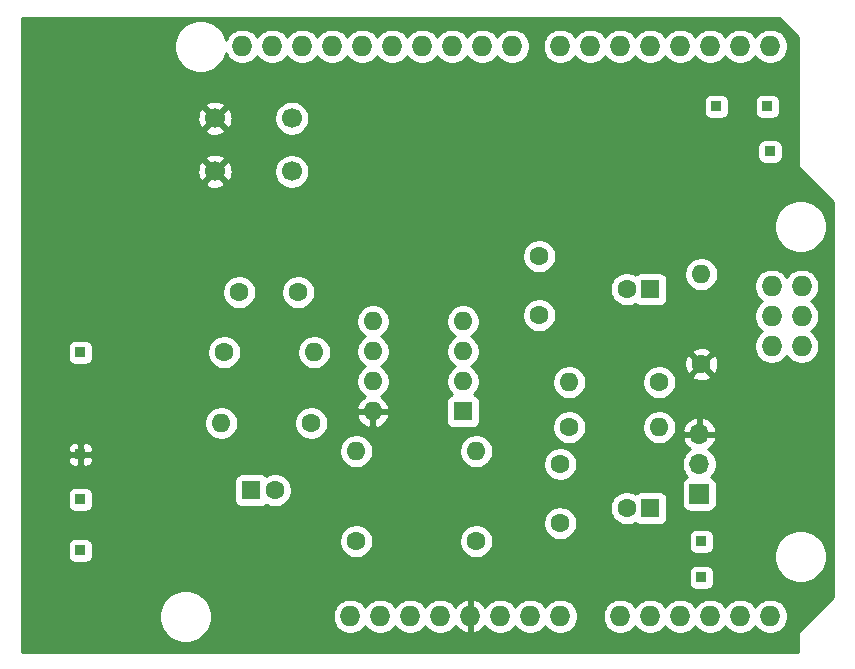
<source format=gbr>
%TF.GenerationSoftware,KiCad,Pcbnew,(5.1.5)-3*%
%TF.CreationDate,2020-05-16T21:05:58+02:00*%
%TF.ProjectId,30_PCB,33305f50-4342-42e6-9b69-6361645f7063,R0.7*%
%TF.SameCoordinates,Original*%
%TF.FileFunction,Copper,L3,Inr*%
%TF.FilePolarity,Positive*%
%FSLAX46Y46*%
G04 Gerber Fmt 4.6, Leading zero omitted, Abs format (unit mm)*
G04 Created by KiCad (PCBNEW (5.1.5)-3) date 2020-05-16 21:05:58*
%MOMM*%
%LPD*%
G04 APERTURE LIST*
%ADD10O,1.600000X1.600000*%
%ADD11C,1.600000*%
%ADD12R,1.600000X1.600000*%
%ADD13O,1.727200X1.727200*%
%ADD14R,0.850000X0.850000*%
%ADD15C,1.700000*%
%ADD16R,1.700000X1.700000*%
%ADD17O,1.700000X1.700000*%
%ADD18C,0.254000*%
G04 APERTURE END LIST*
D10*
X140970000Y-103378000D03*
D11*
X140970000Y-110998000D03*
D10*
X137414000Y-95000000D03*
D11*
X129794000Y-95000000D03*
D10*
X129540000Y-101000000D03*
D11*
X137160000Y-101000000D03*
D10*
X151130000Y-103378000D03*
D11*
X151130000Y-110998000D03*
D10*
X166624000Y-101346000D03*
D11*
X159004000Y-101346000D03*
D10*
X159004000Y-97536000D03*
D11*
X166624000Y-97536000D03*
D10*
X170180000Y-88392000D03*
D11*
X170180000Y-96012000D03*
X136064000Y-89916000D03*
X131064000Y-89916000D03*
X134080000Y-106680000D03*
D12*
X132080000Y-106680000D03*
D11*
X156464000Y-91868000D03*
X156464000Y-86868000D03*
X163862000Y-108204000D03*
D12*
X165862000Y-108204000D03*
D11*
X163862000Y-89662000D03*
D12*
X165862000Y-89662000D03*
D13*
X176149000Y-89408000D03*
X176022000Y-117348000D03*
X173482000Y-117348000D03*
X170942000Y-117348000D03*
X168402000Y-117348000D03*
X165862000Y-117348000D03*
X140462000Y-117348000D03*
X146558000Y-69088000D03*
X144018000Y-69088000D03*
X141478000Y-69088000D03*
X136398000Y-69088000D03*
X133858000Y-69088000D03*
X131318000Y-69088000D03*
X149098000Y-69088000D03*
X151638000Y-69088000D03*
X154178000Y-69088000D03*
X138938000Y-69088000D03*
X158242000Y-69088000D03*
X160782000Y-69088000D03*
X163322000Y-69088000D03*
X165862000Y-69088000D03*
X168402000Y-69088000D03*
X170942000Y-69088000D03*
X173482000Y-69088000D03*
X176022000Y-69088000D03*
X143002000Y-117348000D03*
X145542000Y-117348000D03*
X148082000Y-117348000D03*
X150622000Y-117348000D03*
X153162000Y-117348000D03*
X155702000Y-117348000D03*
X158242000Y-117348000D03*
X163322000Y-117348000D03*
X178689000Y-89408000D03*
X176149000Y-91948000D03*
X178689000Y-91948000D03*
X178689000Y-94488000D03*
X176149000Y-94488000D03*
D11*
X158242000Y-104474000D03*
X158242000Y-109474000D03*
D14*
X170180000Y-110998000D03*
X170180000Y-114046000D03*
X117602000Y-94996000D03*
X171450000Y-74168000D03*
X175768000Y-74168000D03*
X117602000Y-111760000D03*
X117602000Y-107442000D03*
X117602000Y-103632000D03*
X176000000Y-78000000D03*
D15*
X135506600Y-79684000D03*
X129006600Y-79684000D03*
X135506600Y-75184000D03*
X129006600Y-75184000D03*
D12*
X150000000Y-100000000D03*
D10*
X142380000Y-92380000D03*
X150000000Y-97460000D03*
X142380000Y-94920000D03*
X150000000Y-94920000D03*
X142380000Y-97460000D03*
X150000000Y-92380000D03*
X142380000Y-100000000D03*
D16*
X170000000Y-107000000D03*
D17*
X170000000Y-104460000D03*
X170000000Y-101920000D03*
D18*
G36*
X178340000Y-68273381D02*
G01*
X178340001Y-78967581D01*
X178336808Y-79000000D01*
X178349551Y-79129382D01*
X178387290Y-79253792D01*
X178448575Y-79368450D01*
X178510386Y-79443766D01*
X178510389Y-79443769D01*
X178531053Y-79468948D01*
X178556232Y-79489612D01*
X181340000Y-82273381D01*
X181340001Y-115726618D01*
X178556236Y-118510384D01*
X178531052Y-118531052D01*
X178510386Y-118556234D01*
X178448575Y-118631550D01*
X178409335Y-118704964D01*
X178387290Y-118746208D01*
X178349550Y-118870618D01*
X178340000Y-118967582D01*
X178340000Y-118967591D01*
X178336808Y-119000000D01*
X178340000Y-119032409D01*
X178340001Y-120340000D01*
X112660000Y-120340000D01*
X112660000Y-117127872D01*
X124257000Y-117127872D01*
X124257000Y-117568128D01*
X124342890Y-117999925D01*
X124511369Y-118406669D01*
X124755962Y-118772729D01*
X125067271Y-119084038D01*
X125433331Y-119328631D01*
X125840075Y-119497110D01*
X126271872Y-119583000D01*
X126712128Y-119583000D01*
X127143925Y-119497110D01*
X127550669Y-119328631D01*
X127916729Y-119084038D01*
X128228038Y-118772729D01*
X128472631Y-118406669D01*
X128641110Y-117999925D01*
X128727000Y-117568128D01*
X128727000Y-117200401D01*
X138963400Y-117200401D01*
X138963400Y-117495599D01*
X139020990Y-117785125D01*
X139133958Y-118057853D01*
X139297961Y-118303302D01*
X139506698Y-118512039D01*
X139752147Y-118676042D01*
X140024875Y-118789010D01*
X140314401Y-118846600D01*
X140609599Y-118846600D01*
X140899125Y-118789010D01*
X141171853Y-118676042D01*
X141417302Y-118512039D01*
X141626039Y-118303302D01*
X141732000Y-118144719D01*
X141837961Y-118303302D01*
X142046698Y-118512039D01*
X142292147Y-118676042D01*
X142564875Y-118789010D01*
X142854401Y-118846600D01*
X143149599Y-118846600D01*
X143439125Y-118789010D01*
X143711853Y-118676042D01*
X143957302Y-118512039D01*
X144166039Y-118303302D01*
X144272000Y-118144719D01*
X144377961Y-118303302D01*
X144586698Y-118512039D01*
X144832147Y-118676042D01*
X145104875Y-118789010D01*
X145394401Y-118846600D01*
X145689599Y-118846600D01*
X145979125Y-118789010D01*
X146251853Y-118676042D01*
X146497302Y-118512039D01*
X146706039Y-118303302D01*
X146812000Y-118144719D01*
X146917961Y-118303302D01*
X147126698Y-118512039D01*
X147372147Y-118676042D01*
X147644875Y-118789010D01*
X147934401Y-118846600D01*
X148229599Y-118846600D01*
X148519125Y-118789010D01*
X148791853Y-118676042D01*
X149037302Y-118512039D01*
X149246039Y-118303302D01*
X149353692Y-118142187D01*
X149515146Y-118358293D01*
X149733512Y-118554817D01*
X149986022Y-118704964D01*
X150262973Y-118802963D01*
X150495000Y-118682464D01*
X150495000Y-117475000D01*
X150475000Y-117475000D01*
X150475000Y-117221000D01*
X150495000Y-117221000D01*
X150495000Y-116013536D01*
X150749000Y-116013536D01*
X150749000Y-117221000D01*
X150769000Y-117221000D01*
X150769000Y-117475000D01*
X150749000Y-117475000D01*
X150749000Y-118682464D01*
X150981027Y-118802963D01*
X151257978Y-118704964D01*
X151510488Y-118554817D01*
X151728854Y-118358293D01*
X151890308Y-118142187D01*
X151997961Y-118303302D01*
X152206698Y-118512039D01*
X152452147Y-118676042D01*
X152724875Y-118789010D01*
X153014401Y-118846600D01*
X153309599Y-118846600D01*
X153599125Y-118789010D01*
X153871853Y-118676042D01*
X154117302Y-118512039D01*
X154326039Y-118303302D01*
X154432000Y-118144719D01*
X154537961Y-118303302D01*
X154746698Y-118512039D01*
X154992147Y-118676042D01*
X155264875Y-118789010D01*
X155554401Y-118846600D01*
X155849599Y-118846600D01*
X156139125Y-118789010D01*
X156411853Y-118676042D01*
X156657302Y-118512039D01*
X156866039Y-118303302D01*
X156972000Y-118144719D01*
X157077961Y-118303302D01*
X157286698Y-118512039D01*
X157532147Y-118676042D01*
X157804875Y-118789010D01*
X158094401Y-118846600D01*
X158389599Y-118846600D01*
X158679125Y-118789010D01*
X158951853Y-118676042D01*
X159197302Y-118512039D01*
X159406039Y-118303302D01*
X159570042Y-118057853D01*
X159683010Y-117785125D01*
X159740600Y-117495599D01*
X159740600Y-117200401D01*
X161823400Y-117200401D01*
X161823400Y-117495599D01*
X161880990Y-117785125D01*
X161993958Y-118057853D01*
X162157961Y-118303302D01*
X162366698Y-118512039D01*
X162612147Y-118676042D01*
X162884875Y-118789010D01*
X163174401Y-118846600D01*
X163469599Y-118846600D01*
X163759125Y-118789010D01*
X164031853Y-118676042D01*
X164277302Y-118512039D01*
X164486039Y-118303302D01*
X164592000Y-118144719D01*
X164697961Y-118303302D01*
X164906698Y-118512039D01*
X165152147Y-118676042D01*
X165424875Y-118789010D01*
X165714401Y-118846600D01*
X166009599Y-118846600D01*
X166299125Y-118789010D01*
X166571853Y-118676042D01*
X166817302Y-118512039D01*
X167026039Y-118303302D01*
X167132000Y-118144719D01*
X167237961Y-118303302D01*
X167446698Y-118512039D01*
X167692147Y-118676042D01*
X167964875Y-118789010D01*
X168254401Y-118846600D01*
X168549599Y-118846600D01*
X168839125Y-118789010D01*
X169111853Y-118676042D01*
X169357302Y-118512039D01*
X169566039Y-118303302D01*
X169672000Y-118144719D01*
X169777961Y-118303302D01*
X169986698Y-118512039D01*
X170232147Y-118676042D01*
X170504875Y-118789010D01*
X170794401Y-118846600D01*
X171089599Y-118846600D01*
X171379125Y-118789010D01*
X171651853Y-118676042D01*
X171897302Y-118512039D01*
X172106039Y-118303302D01*
X172212000Y-118144719D01*
X172317961Y-118303302D01*
X172526698Y-118512039D01*
X172772147Y-118676042D01*
X173044875Y-118789010D01*
X173334401Y-118846600D01*
X173629599Y-118846600D01*
X173919125Y-118789010D01*
X174191853Y-118676042D01*
X174437302Y-118512039D01*
X174646039Y-118303302D01*
X174752000Y-118144719D01*
X174857961Y-118303302D01*
X175066698Y-118512039D01*
X175312147Y-118676042D01*
X175584875Y-118789010D01*
X175874401Y-118846600D01*
X176169599Y-118846600D01*
X176459125Y-118789010D01*
X176731853Y-118676042D01*
X176977302Y-118512039D01*
X177186039Y-118303302D01*
X177350042Y-118057853D01*
X177463010Y-117785125D01*
X177520600Y-117495599D01*
X177520600Y-117200401D01*
X177463010Y-116910875D01*
X177350042Y-116638147D01*
X177186039Y-116392698D01*
X176977302Y-116183961D01*
X176731853Y-116019958D01*
X176459125Y-115906990D01*
X176169599Y-115849400D01*
X175874401Y-115849400D01*
X175584875Y-115906990D01*
X175312147Y-116019958D01*
X175066698Y-116183961D01*
X174857961Y-116392698D01*
X174752000Y-116551281D01*
X174646039Y-116392698D01*
X174437302Y-116183961D01*
X174191853Y-116019958D01*
X173919125Y-115906990D01*
X173629599Y-115849400D01*
X173334401Y-115849400D01*
X173044875Y-115906990D01*
X172772147Y-116019958D01*
X172526698Y-116183961D01*
X172317961Y-116392698D01*
X172212000Y-116551281D01*
X172106039Y-116392698D01*
X171897302Y-116183961D01*
X171651853Y-116019958D01*
X171379125Y-115906990D01*
X171089599Y-115849400D01*
X170794401Y-115849400D01*
X170504875Y-115906990D01*
X170232147Y-116019958D01*
X169986698Y-116183961D01*
X169777961Y-116392698D01*
X169672000Y-116551281D01*
X169566039Y-116392698D01*
X169357302Y-116183961D01*
X169111853Y-116019958D01*
X168839125Y-115906990D01*
X168549599Y-115849400D01*
X168254401Y-115849400D01*
X167964875Y-115906990D01*
X167692147Y-116019958D01*
X167446698Y-116183961D01*
X167237961Y-116392698D01*
X167132000Y-116551281D01*
X167026039Y-116392698D01*
X166817302Y-116183961D01*
X166571853Y-116019958D01*
X166299125Y-115906990D01*
X166009599Y-115849400D01*
X165714401Y-115849400D01*
X165424875Y-115906990D01*
X165152147Y-116019958D01*
X164906698Y-116183961D01*
X164697961Y-116392698D01*
X164592000Y-116551281D01*
X164486039Y-116392698D01*
X164277302Y-116183961D01*
X164031853Y-116019958D01*
X163759125Y-115906990D01*
X163469599Y-115849400D01*
X163174401Y-115849400D01*
X162884875Y-115906990D01*
X162612147Y-116019958D01*
X162366698Y-116183961D01*
X162157961Y-116392698D01*
X161993958Y-116638147D01*
X161880990Y-116910875D01*
X161823400Y-117200401D01*
X159740600Y-117200401D01*
X159683010Y-116910875D01*
X159570042Y-116638147D01*
X159406039Y-116392698D01*
X159197302Y-116183961D01*
X158951853Y-116019958D01*
X158679125Y-115906990D01*
X158389599Y-115849400D01*
X158094401Y-115849400D01*
X157804875Y-115906990D01*
X157532147Y-116019958D01*
X157286698Y-116183961D01*
X157077961Y-116392698D01*
X156972000Y-116551281D01*
X156866039Y-116392698D01*
X156657302Y-116183961D01*
X156411853Y-116019958D01*
X156139125Y-115906990D01*
X155849599Y-115849400D01*
X155554401Y-115849400D01*
X155264875Y-115906990D01*
X154992147Y-116019958D01*
X154746698Y-116183961D01*
X154537961Y-116392698D01*
X154432000Y-116551281D01*
X154326039Y-116392698D01*
X154117302Y-116183961D01*
X153871853Y-116019958D01*
X153599125Y-115906990D01*
X153309599Y-115849400D01*
X153014401Y-115849400D01*
X152724875Y-115906990D01*
X152452147Y-116019958D01*
X152206698Y-116183961D01*
X151997961Y-116392698D01*
X151890308Y-116553813D01*
X151728854Y-116337707D01*
X151510488Y-116141183D01*
X151257978Y-115991036D01*
X150981027Y-115893037D01*
X150749000Y-116013536D01*
X150495000Y-116013536D01*
X150262973Y-115893037D01*
X149986022Y-115991036D01*
X149733512Y-116141183D01*
X149515146Y-116337707D01*
X149353692Y-116553813D01*
X149246039Y-116392698D01*
X149037302Y-116183961D01*
X148791853Y-116019958D01*
X148519125Y-115906990D01*
X148229599Y-115849400D01*
X147934401Y-115849400D01*
X147644875Y-115906990D01*
X147372147Y-116019958D01*
X147126698Y-116183961D01*
X146917961Y-116392698D01*
X146812000Y-116551281D01*
X146706039Y-116392698D01*
X146497302Y-116183961D01*
X146251853Y-116019958D01*
X145979125Y-115906990D01*
X145689599Y-115849400D01*
X145394401Y-115849400D01*
X145104875Y-115906990D01*
X144832147Y-116019958D01*
X144586698Y-116183961D01*
X144377961Y-116392698D01*
X144272000Y-116551281D01*
X144166039Y-116392698D01*
X143957302Y-116183961D01*
X143711853Y-116019958D01*
X143439125Y-115906990D01*
X143149599Y-115849400D01*
X142854401Y-115849400D01*
X142564875Y-115906990D01*
X142292147Y-116019958D01*
X142046698Y-116183961D01*
X141837961Y-116392698D01*
X141732000Y-116551281D01*
X141626039Y-116392698D01*
X141417302Y-116183961D01*
X141171853Y-116019958D01*
X140899125Y-115906990D01*
X140609599Y-115849400D01*
X140314401Y-115849400D01*
X140024875Y-115906990D01*
X139752147Y-116019958D01*
X139506698Y-116183961D01*
X139297961Y-116392698D01*
X139133958Y-116638147D01*
X139020990Y-116910875D01*
X138963400Y-117200401D01*
X128727000Y-117200401D01*
X128727000Y-117127872D01*
X128641110Y-116696075D01*
X128472631Y-116289331D01*
X128228038Y-115923271D01*
X127916729Y-115611962D01*
X127550669Y-115367369D01*
X127143925Y-115198890D01*
X126712128Y-115113000D01*
X126271872Y-115113000D01*
X125840075Y-115198890D01*
X125433331Y-115367369D01*
X125067271Y-115611962D01*
X124755962Y-115923271D01*
X124511369Y-116289331D01*
X124342890Y-116696075D01*
X124257000Y-117127872D01*
X112660000Y-117127872D01*
X112660000Y-113621000D01*
X169116928Y-113621000D01*
X169116928Y-114471000D01*
X169129188Y-114595482D01*
X169165498Y-114715180D01*
X169224463Y-114825494D01*
X169303815Y-114922185D01*
X169400506Y-115001537D01*
X169510820Y-115060502D01*
X169630518Y-115096812D01*
X169755000Y-115109072D01*
X170605000Y-115109072D01*
X170729482Y-115096812D01*
X170849180Y-115060502D01*
X170959494Y-115001537D01*
X171056185Y-114922185D01*
X171135537Y-114825494D01*
X171194502Y-114715180D01*
X171230812Y-114595482D01*
X171243072Y-114471000D01*
X171243072Y-113621000D01*
X171230812Y-113496518D01*
X171194502Y-113376820D01*
X171135537Y-113266506D01*
X171056185Y-113169815D01*
X170959494Y-113090463D01*
X170849180Y-113031498D01*
X170729482Y-112995188D01*
X170605000Y-112982928D01*
X169755000Y-112982928D01*
X169630518Y-112995188D01*
X169510820Y-113031498D01*
X169400506Y-113090463D01*
X169303815Y-113169815D01*
X169224463Y-113266506D01*
X169165498Y-113376820D01*
X169129188Y-113496518D01*
X169116928Y-113621000D01*
X112660000Y-113621000D01*
X112660000Y-111335000D01*
X116538928Y-111335000D01*
X116538928Y-112185000D01*
X116551188Y-112309482D01*
X116587498Y-112429180D01*
X116646463Y-112539494D01*
X116725815Y-112636185D01*
X116822506Y-112715537D01*
X116932820Y-112774502D01*
X117052518Y-112810812D01*
X117177000Y-112823072D01*
X118027000Y-112823072D01*
X118151482Y-112810812D01*
X118271180Y-112774502D01*
X118381494Y-112715537D01*
X118478185Y-112636185D01*
X118557537Y-112539494D01*
X118616502Y-112429180D01*
X118652812Y-112309482D01*
X118665072Y-112185000D01*
X118665072Y-111335000D01*
X118652812Y-111210518D01*
X118616502Y-111090820D01*
X118557537Y-110980506D01*
X118478185Y-110883815D01*
X118445103Y-110856665D01*
X139535000Y-110856665D01*
X139535000Y-111139335D01*
X139590147Y-111416574D01*
X139698320Y-111677727D01*
X139855363Y-111912759D01*
X140055241Y-112112637D01*
X140290273Y-112269680D01*
X140551426Y-112377853D01*
X140828665Y-112433000D01*
X141111335Y-112433000D01*
X141388574Y-112377853D01*
X141649727Y-112269680D01*
X141884759Y-112112637D01*
X142084637Y-111912759D01*
X142241680Y-111677727D01*
X142349853Y-111416574D01*
X142405000Y-111139335D01*
X142405000Y-110856665D01*
X149695000Y-110856665D01*
X149695000Y-111139335D01*
X149750147Y-111416574D01*
X149858320Y-111677727D01*
X150015363Y-111912759D01*
X150215241Y-112112637D01*
X150450273Y-112269680D01*
X150711426Y-112377853D01*
X150988665Y-112433000D01*
X151271335Y-112433000D01*
X151548574Y-112377853D01*
X151809727Y-112269680D01*
X152044759Y-112112637D01*
X152244637Y-111912759D01*
X152401680Y-111677727D01*
X152509853Y-111416574D01*
X152565000Y-111139335D01*
X152565000Y-110856665D01*
X152509853Y-110579426D01*
X152401680Y-110318273D01*
X152244637Y-110083241D01*
X152044759Y-109883363D01*
X151809727Y-109726320D01*
X151548574Y-109618147D01*
X151271335Y-109563000D01*
X150988665Y-109563000D01*
X150711426Y-109618147D01*
X150450273Y-109726320D01*
X150215241Y-109883363D01*
X150015363Y-110083241D01*
X149858320Y-110318273D01*
X149750147Y-110579426D01*
X149695000Y-110856665D01*
X142405000Y-110856665D01*
X142349853Y-110579426D01*
X142241680Y-110318273D01*
X142084637Y-110083241D01*
X141884759Y-109883363D01*
X141649727Y-109726320D01*
X141388574Y-109618147D01*
X141111335Y-109563000D01*
X140828665Y-109563000D01*
X140551426Y-109618147D01*
X140290273Y-109726320D01*
X140055241Y-109883363D01*
X139855363Y-110083241D01*
X139698320Y-110318273D01*
X139590147Y-110579426D01*
X139535000Y-110856665D01*
X118445103Y-110856665D01*
X118381494Y-110804463D01*
X118271180Y-110745498D01*
X118151482Y-110709188D01*
X118027000Y-110696928D01*
X117177000Y-110696928D01*
X117052518Y-110709188D01*
X116932820Y-110745498D01*
X116822506Y-110804463D01*
X116725815Y-110883815D01*
X116646463Y-110980506D01*
X116587498Y-111090820D01*
X116551188Y-111210518D01*
X116538928Y-111335000D01*
X112660000Y-111335000D01*
X112660000Y-109332665D01*
X156807000Y-109332665D01*
X156807000Y-109615335D01*
X156862147Y-109892574D01*
X156970320Y-110153727D01*
X157127363Y-110388759D01*
X157327241Y-110588637D01*
X157562273Y-110745680D01*
X157823426Y-110853853D01*
X158100665Y-110909000D01*
X158383335Y-110909000D01*
X158660574Y-110853853D01*
X158921727Y-110745680D01*
X159156759Y-110588637D01*
X159172396Y-110573000D01*
X169116928Y-110573000D01*
X169116928Y-111423000D01*
X169129188Y-111547482D01*
X169165498Y-111667180D01*
X169224463Y-111777494D01*
X169303815Y-111874185D01*
X169400506Y-111953537D01*
X169510820Y-112012502D01*
X169630518Y-112048812D01*
X169755000Y-112061072D01*
X170605000Y-112061072D01*
X170729482Y-112048812D01*
X170732580Y-112047872D01*
X176327000Y-112047872D01*
X176327000Y-112488128D01*
X176412890Y-112919925D01*
X176581369Y-113326669D01*
X176825962Y-113692729D01*
X177137271Y-114004038D01*
X177503331Y-114248631D01*
X177910075Y-114417110D01*
X178341872Y-114503000D01*
X178782128Y-114503000D01*
X179213925Y-114417110D01*
X179620669Y-114248631D01*
X179986729Y-114004038D01*
X180298038Y-113692729D01*
X180542631Y-113326669D01*
X180711110Y-112919925D01*
X180797000Y-112488128D01*
X180797000Y-112047872D01*
X180711110Y-111616075D01*
X180542631Y-111209331D01*
X180298038Y-110843271D01*
X179986729Y-110531962D01*
X179620669Y-110287369D01*
X179213925Y-110118890D01*
X178782128Y-110033000D01*
X178341872Y-110033000D01*
X177910075Y-110118890D01*
X177503331Y-110287369D01*
X177137271Y-110531962D01*
X176825962Y-110843271D01*
X176581369Y-111209331D01*
X176412890Y-111616075D01*
X176327000Y-112047872D01*
X170732580Y-112047872D01*
X170849180Y-112012502D01*
X170959494Y-111953537D01*
X171056185Y-111874185D01*
X171135537Y-111777494D01*
X171194502Y-111667180D01*
X171230812Y-111547482D01*
X171243072Y-111423000D01*
X171243072Y-110573000D01*
X171230812Y-110448518D01*
X171194502Y-110328820D01*
X171135537Y-110218506D01*
X171056185Y-110121815D01*
X170959494Y-110042463D01*
X170849180Y-109983498D01*
X170729482Y-109947188D01*
X170605000Y-109934928D01*
X169755000Y-109934928D01*
X169630518Y-109947188D01*
X169510820Y-109983498D01*
X169400506Y-110042463D01*
X169303815Y-110121815D01*
X169224463Y-110218506D01*
X169165498Y-110328820D01*
X169129188Y-110448518D01*
X169116928Y-110573000D01*
X159172396Y-110573000D01*
X159356637Y-110388759D01*
X159513680Y-110153727D01*
X159621853Y-109892574D01*
X159677000Y-109615335D01*
X159677000Y-109332665D01*
X159621853Y-109055426D01*
X159513680Y-108794273D01*
X159356637Y-108559241D01*
X159156759Y-108359363D01*
X158921727Y-108202320D01*
X158660574Y-108094147D01*
X158502306Y-108062665D01*
X162427000Y-108062665D01*
X162427000Y-108345335D01*
X162482147Y-108622574D01*
X162590320Y-108883727D01*
X162747363Y-109118759D01*
X162947241Y-109318637D01*
X163182273Y-109475680D01*
X163443426Y-109583853D01*
X163720665Y-109639000D01*
X164003335Y-109639000D01*
X164280574Y-109583853D01*
X164541727Y-109475680D01*
X164597210Y-109438607D01*
X164610815Y-109455185D01*
X164707506Y-109534537D01*
X164817820Y-109593502D01*
X164937518Y-109629812D01*
X165062000Y-109642072D01*
X166662000Y-109642072D01*
X166786482Y-109629812D01*
X166906180Y-109593502D01*
X167016494Y-109534537D01*
X167113185Y-109455185D01*
X167192537Y-109358494D01*
X167251502Y-109248180D01*
X167287812Y-109128482D01*
X167300072Y-109004000D01*
X167300072Y-107404000D01*
X167287812Y-107279518D01*
X167251502Y-107159820D01*
X167192537Y-107049506D01*
X167113185Y-106952815D01*
X167016494Y-106873463D01*
X166906180Y-106814498D01*
X166786482Y-106778188D01*
X166662000Y-106765928D01*
X165062000Y-106765928D01*
X164937518Y-106778188D01*
X164817820Y-106814498D01*
X164707506Y-106873463D01*
X164610815Y-106952815D01*
X164597210Y-106969393D01*
X164541727Y-106932320D01*
X164280574Y-106824147D01*
X164003335Y-106769000D01*
X163720665Y-106769000D01*
X163443426Y-106824147D01*
X163182273Y-106932320D01*
X162947241Y-107089363D01*
X162747363Y-107289241D01*
X162590320Y-107524273D01*
X162482147Y-107785426D01*
X162427000Y-108062665D01*
X158502306Y-108062665D01*
X158383335Y-108039000D01*
X158100665Y-108039000D01*
X157823426Y-108094147D01*
X157562273Y-108202320D01*
X157327241Y-108359363D01*
X157127363Y-108559241D01*
X156970320Y-108794273D01*
X156862147Y-109055426D01*
X156807000Y-109332665D01*
X112660000Y-109332665D01*
X112660000Y-107017000D01*
X116538928Y-107017000D01*
X116538928Y-107867000D01*
X116551188Y-107991482D01*
X116587498Y-108111180D01*
X116646463Y-108221494D01*
X116725815Y-108318185D01*
X116822506Y-108397537D01*
X116932820Y-108456502D01*
X117052518Y-108492812D01*
X117177000Y-108505072D01*
X118027000Y-108505072D01*
X118151482Y-108492812D01*
X118271180Y-108456502D01*
X118381494Y-108397537D01*
X118478185Y-108318185D01*
X118557537Y-108221494D01*
X118616502Y-108111180D01*
X118652812Y-107991482D01*
X118665072Y-107867000D01*
X118665072Y-107017000D01*
X118652812Y-106892518D01*
X118616502Y-106772820D01*
X118557537Y-106662506D01*
X118478185Y-106565815D01*
X118381494Y-106486463D01*
X118271180Y-106427498D01*
X118151482Y-106391188D01*
X118027000Y-106378928D01*
X117177000Y-106378928D01*
X117052518Y-106391188D01*
X116932820Y-106427498D01*
X116822506Y-106486463D01*
X116725815Y-106565815D01*
X116646463Y-106662506D01*
X116587498Y-106772820D01*
X116551188Y-106892518D01*
X116538928Y-107017000D01*
X112660000Y-107017000D01*
X112660000Y-105880000D01*
X130641928Y-105880000D01*
X130641928Y-107480000D01*
X130654188Y-107604482D01*
X130690498Y-107724180D01*
X130749463Y-107834494D01*
X130828815Y-107931185D01*
X130925506Y-108010537D01*
X131035820Y-108069502D01*
X131155518Y-108105812D01*
X131280000Y-108118072D01*
X132880000Y-108118072D01*
X133004482Y-108105812D01*
X133124180Y-108069502D01*
X133234494Y-108010537D01*
X133331185Y-107931185D01*
X133344790Y-107914607D01*
X133400273Y-107951680D01*
X133661426Y-108059853D01*
X133938665Y-108115000D01*
X134221335Y-108115000D01*
X134498574Y-108059853D01*
X134759727Y-107951680D01*
X134994759Y-107794637D01*
X135194637Y-107594759D01*
X135351680Y-107359727D01*
X135459853Y-107098574D01*
X135515000Y-106821335D01*
X135515000Y-106538665D01*
X135459853Y-106261426D01*
X135413699Y-106150000D01*
X168511928Y-106150000D01*
X168511928Y-107850000D01*
X168524188Y-107974482D01*
X168560498Y-108094180D01*
X168619463Y-108204494D01*
X168698815Y-108301185D01*
X168795506Y-108380537D01*
X168905820Y-108439502D01*
X169025518Y-108475812D01*
X169150000Y-108488072D01*
X170850000Y-108488072D01*
X170974482Y-108475812D01*
X171094180Y-108439502D01*
X171204494Y-108380537D01*
X171301185Y-108301185D01*
X171380537Y-108204494D01*
X171439502Y-108094180D01*
X171475812Y-107974482D01*
X171488072Y-107850000D01*
X171488072Y-106150000D01*
X171475812Y-106025518D01*
X171439502Y-105905820D01*
X171380537Y-105795506D01*
X171301185Y-105698815D01*
X171204494Y-105619463D01*
X171094180Y-105560498D01*
X171021620Y-105538487D01*
X171153475Y-105406632D01*
X171315990Y-105163411D01*
X171427932Y-104893158D01*
X171485000Y-104606260D01*
X171485000Y-104313740D01*
X171427932Y-104026842D01*
X171315990Y-103756589D01*
X171153475Y-103513368D01*
X170946632Y-103306525D01*
X170764466Y-103184805D01*
X170881355Y-103115178D01*
X171097588Y-102920269D01*
X171271641Y-102686920D01*
X171396825Y-102424099D01*
X171441476Y-102276890D01*
X171320155Y-102047000D01*
X170127000Y-102047000D01*
X170127000Y-102067000D01*
X169873000Y-102067000D01*
X169873000Y-102047000D01*
X168679845Y-102047000D01*
X168558524Y-102276890D01*
X168603175Y-102424099D01*
X168728359Y-102686920D01*
X168902412Y-102920269D01*
X169118645Y-103115178D01*
X169235534Y-103184805D01*
X169053368Y-103306525D01*
X168846525Y-103513368D01*
X168684010Y-103756589D01*
X168572068Y-104026842D01*
X168515000Y-104313740D01*
X168515000Y-104606260D01*
X168572068Y-104893158D01*
X168684010Y-105163411D01*
X168846525Y-105406632D01*
X168978380Y-105538487D01*
X168905820Y-105560498D01*
X168795506Y-105619463D01*
X168698815Y-105698815D01*
X168619463Y-105795506D01*
X168560498Y-105905820D01*
X168524188Y-106025518D01*
X168511928Y-106150000D01*
X135413699Y-106150000D01*
X135351680Y-106000273D01*
X135194637Y-105765241D01*
X134994759Y-105565363D01*
X134759727Y-105408320D01*
X134498574Y-105300147D01*
X134221335Y-105245000D01*
X133938665Y-105245000D01*
X133661426Y-105300147D01*
X133400273Y-105408320D01*
X133344790Y-105445393D01*
X133331185Y-105428815D01*
X133234494Y-105349463D01*
X133124180Y-105290498D01*
X133004482Y-105254188D01*
X132880000Y-105241928D01*
X131280000Y-105241928D01*
X131155518Y-105254188D01*
X131035820Y-105290498D01*
X130925506Y-105349463D01*
X130828815Y-105428815D01*
X130749463Y-105525506D01*
X130690498Y-105635820D01*
X130654188Y-105755518D01*
X130641928Y-105880000D01*
X112660000Y-105880000D01*
X112660000Y-104057000D01*
X116538928Y-104057000D01*
X116551188Y-104181482D01*
X116587498Y-104301180D01*
X116646463Y-104411494D01*
X116725815Y-104508185D01*
X116822506Y-104587537D01*
X116932820Y-104646502D01*
X117052518Y-104682812D01*
X117177000Y-104695072D01*
X117316250Y-104692000D01*
X117475000Y-104533250D01*
X117475000Y-103759000D01*
X117729000Y-103759000D01*
X117729000Y-104533250D01*
X117887750Y-104692000D01*
X118027000Y-104695072D01*
X118151482Y-104682812D01*
X118271180Y-104646502D01*
X118381494Y-104587537D01*
X118478185Y-104508185D01*
X118557537Y-104411494D01*
X118616502Y-104301180D01*
X118652812Y-104181482D01*
X118665072Y-104057000D01*
X118662000Y-103917750D01*
X118503250Y-103759000D01*
X117729000Y-103759000D01*
X117475000Y-103759000D01*
X116700750Y-103759000D01*
X116542000Y-103917750D01*
X116538928Y-104057000D01*
X112660000Y-104057000D01*
X112660000Y-103207000D01*
X116538928Y-103207000D01*
X116542000Y-103346250D01*
X116700750Y-103505000D01*
X117475000Y-103505000D01*
X117475000Y-102730750D01*
X117729000Y-102730750D01*
X117729000Y-103505000D01*
X118503250Y-103505000D01*
X118662000Y-103346250D01*
X118664417Y-103236665D01*
X139535000Y-103236665D01*
X139535000Y-103519335D01*
X139590147Y-103796574D01*
X139698320Y-104057727D01*
X139855363Y-104292759D01*
X140055241Y-104492637D01*
X140290273Y-104649680D01*
X140551426Y-104757853D01*
X140828665Y-104813000D01*
X141111335Y-104813000D01*
X141388574Y-104757853D01*
X141649727Y-104649680D01*
X141884759Y-104492637D01*
X142084637Y-104292759D01*
X142241680Y-104057727D01*
X142349853Y-103796574D01*
X142405000Y-103519335D01*
X142405000Y-103236665D01*
X149695000Y-103236665D01*
X149695000Y-103519335D01*
X149750147Y-103796574D01*
X149858320Y-104057727D01*
X150015363Y-104292759D01*
X150215241Y-104492637D01*
X150450273Y-104649680D01*
X150711426Y-104757853D01*
X150988665Y-104813000D01*
X151271335Y-104813000D01*
X151548574Y-104757853D01*
X151809727Y-104649680D01*
X152044759Y-104492637D01*
X152204731Y-104332665D01*
X156807000Y-104332665D01*
X156807000Y-104615335D01*
X156862147Y-104892574D01*
X156970320Y-105153727D01*
X157127363Y-105388759D01*
X157327241Y-105588637D01*
X157562273Y-105745680D01*
X157823426Y-105853853D01*
X158100665Y-105909000D01*
X158383335Y-105909000D01*
X158660574Y-105853853D01*
X158921727Y-105745680D01*
X159156759Y-105588637D01*
X159356637Y-105388759D01*
X159513680Y-105153727D01*
X159621853Y-104892574D01*
X159677000Y-104615335D01*
X159677000Y-104332665D01*
X159621853Y-104055426D01*
X159513680Y-103794273D01*
X159356637Y-103559241D01*
X159156759Y-103359363D01*
X158921727Y-103202320D01*
X158660574Y-103094147D01*
X158383335Y-103039000D01*
X158100665Y-103039000D01*
X157823426Y-103094147D01*
X157562273Y-103202320D01*
X157327241Y-103359363D01*
X157127363Y-103559241D01*
X156970320Y-103794273D01*
X156862147Y-104055426D01*
X156807000Y-104332665D01*
X152204731Y-104332665D01*
X152244637Y-104292759D01*
X152401680Y-104057727D01*
X152509853Y-103796574D01*
X152565000Y-103519335D01*
X152565000Y-103236665D01*
X152509853Y-102959426D01*
X152401680Y-102698273D01*
X152244637Y-102463241D01*
X152044759Y-102263363D01*
X151809727Y-102106320D01*
X151548574Y-101998147D01*
X151271335Y-101943000D01*
X150988665Y-101943000D01*
X150711426Y-101998147D01*
X150450273Y-102106320D01*
X150215241Y-102263363D01*
X150015363Y-102463241D01*
X149858320Y-102698273D01*
X149750147Y-102959426D01*
X149695000Y-103236665D01*
X142405000Y-103236665D01*
X142349853Y-102959426D01*
X142241680Y-102698273D01*
X142084637Y-102463241D01*
X141884759Y-102263363D01*
X141649727Y-102106320D01*
X141388574Y-101998147D01*
X141111335Y-101943000D01*
X140828665Y-101943000D01*
X140551426Y-101998147D01*
X140290273Y-102106320D01*
X140055241Y-102263363D01*
X139855363Y-102463241D01*
X139698320Y-102698273D01*
X139590147Y-102959426D01*
X139535000Y-103236665D01*
X118664417Y-103236665D01*
X118665072Y-103207000D01*
X118652812Y-103082518D01*
X118616502Y-102962820D01*
X118557537Y-102852506D01*
X118478185Y-102755815D01*
X118381494Y-102676463D01*
X118271180Y-102617498D01*
X118151482Y-102581188D01*
X118027000Y-102568928D01*
X117887750Y-102572000D01*
X117729000Y-102730750D01*
X117475000Y-102730750D01*
X117316250Y-102572000D01*
X117177000Y-102568928D01*
X117052518Y-102581188D01*
X116932820Y-102617498D01*
X116822506Y-102676463D01*
X116725815Y-102755815D01*
X116646463Y-102852506D01*
X116587498Y-102962820D01*
X116551188Y-103082518D01*
X116538928Y-103207000D01*
X112660000Y-103207000D01*
X112660000Y-100858665D01*
X128105000Y-100858665D01*
X128105000Y-101141335D01*
X128160147Y-101418574D01*
X128268320Y-101679727D01*
X128425363Y-101914759D01*
X128625241Y-102114637D01*
X128860273Y-102271680D01*
X129121426Y-102379853D01*
X129398665Y-102435000D01*
X129681335Y-102435000D01*
X129958574Y-102379853D01*
X130219727Y-102271680D01*
X130454759Y-102114637D01*
X130654637Y-101914759D01*
X130811680Y-101679727D01*
X130919853Y-101418574D01*
X130975000Y-101141335D01*
X130975000Y-100858665D01*
X135725000Y-100858665D01*
X135725000Y-101141335D01*
X135780147Y-101418574D01*
X135888320Y-101679727D01*
X136045363Y-101914759D01*
X136245241Y-102114637D01*
X136480273Y-102271680D01*
X136741426Y-102379853D01*
X137018665Y-102435000D01*
X137301335Y-102435000D01*
X137578574Y-102379853D01*
X137839727Y-102271680D01*
X138074759Y-102114637D01*
X138274637Y-101914759D01*
X138431680Y-101679727D01*
X138539853Y-101418574D01*
X138595000Y-101141335D01*
X138595000Y-100858665D01*
X138539853Y-100581426D01*
X138443596Y-100349039D01*
X140988096Y-100349039D01*
X141028754Y-100483087D01*
X141148963Y-100737420D01*
X141316481Y-100963414D01*
X141524869Y-101152385D01*
X141766119Y-101297070D01*
X142030960Y-101391909D01*
X142253000Y-101270624D01*
X142253000Y-100127000D01*
X142507000Y-100127000D01*
X142507000Y-101270624D01*
X142729040Y-101391909D01*
X142993881Y-101297070D01*
X143235131Y-101152385D01*
X143443519Y-100963414D01*
X143611037Y-100737420D01*
X143731246Y-100483087D01*
X143771904Y-100349039D01*
X143649915Y-100127000D01*
X142507000Y-100127000D01*
X142253000Y-100127000D01*
X141110085Y-100127000D01*
X140988096Y-100349039D01*
X138443596Y-100349039D01*
X138431680Y-100320273D01*
X138274637Y-100085241D01*
X138074759Y-99885363D01*
X137839727Y-99728320D01*
X137578574Y-99620147D01*
X137301335Y-99565000D01*
X137018665Y-99565000D01*
X136741426Y-99620147D01*
X136480273Y-99728320D01*
X136245241Y-99885363D01*
X136045363Y-100085241D01*
X135888320Y-100320273D01*
X135780147Y-100581426D01*
X135725000Y-100858665D01*
X130975000Y-100858665D01*
X130919853Y-100581426D01*
X130811680Y-100320273D01*
X130654637Y-100085241D01*
X130454759Y-99885363D01*
X130219727Y-99728320D01*
X129958574Y-99620147D01*
X129681335Y-99565000D01*
X129398665Y-99565000D01*
X129121426Y-99620147D01*
X128860273Y-99728320D01*
X128625241Y-99885363D01*
X128425363Y-100085241D01*
X128268320Y-100320273D01*
X128160147Y-100581426D01*
X128105000Y-100858665D01*
X112660000Y-100858665D01*
X112660000Y-94571000D01*
X116538928Y-94571000D01*
X116538928Y-95421000D01*
X116551188Y-95545482D01*
X116587498Y-95665180D01*
X116646463Y-95775494D01*
X116725815Y-95872185D01*
X116822506Y-95951537D01*
X116932820Y-96010502D01*
X117052518Y-96046812D01*
X117177000Y-96059072D01*
X118027000Y-96059072D01*
X118151482Y-96046812D01*
X118271180Y-96010502D01*
X118381494Y-95951537D01*
X118478185Y-95872185D01*
X118557537Y-95775494D01*
X118616502Y-95665180D01*
X118652812Y-95545482D01*
X118665072Y-95421000D01*
X118665072Y-94858665D01*
X128359000Y-94858665D01*
X128359000Y-95141335D01*
X128414147Y-95418574D01*
X128522320Y-95679727D01*
X128679363Y-95914759D01*
X128879241Y-96114637D01*
X129114273Y-96271680D01*
X129375426Y-96379853D01*
X129652665Y-96435000D01*
X129935335Y-96435000D01*
X130212574Y-96379853D01*
X130473727Y-96271680D01*
X130708759Y-96114637D01*
X130908637Y-95914759D01*
X131065680Y-95679727D01*
X131173853Y-95418574D01*
X131229000Y-95141335D01*
X131229000Y-94858665D01*
X135979000Y-94858665D01*
X135979000Y-95141335D01*
X136034147Y-95418574D01*
X136142320Y-95679727D01*
X136299363Y-95914759D01*
X136499241Y-96114637D01*
X136734273Y-96271680D01*
X136995426Y-96379853D01*
X137272665Y-96435000D01*
X137555335Y-96435000D01*
X137832574Y-96379853D01*
X138093727Y-96271680D01*
X138328759Y-96114637D01*
X138528637Y-95914759D01*
X138685680Y-95679727D01*
X138793853Y-95418574D01*
X138849000Y-95141335D01*
X138849000Y-94858665D01*
X138793853Y-94581426D01*
X138685680Y-94320273D01*
X138528637Y-94085241D01*
X138328759Y-93885363D01*
X138093727Y-93728320D01*
X137832574Y-93620147D01*
X137555335Y-93565000D01*
X137272665Y-93565000D01*
X136995426Y-93620147D01*
X136734273Y-93728320D01*
X136499241Y-93885363D01*
X136299363Y-94085241D01*
X136142320Y-94320273D01*
X136034147Y-94581426D01*
X135979000Y-94858665D01*
X131229000Y-94858665D01*
X131173853Y-94581426D01*
X131065680Y-94320273D01*
X130908637Y-94085241D01*
X130708759Y-93885363D01*
X130473727Y-93728320D01*
X130212574Y-93620147D01*
X129935335Y-93565000D01*
X129652665Y-93565000D01*
X129375426Y-93620147D01*
X129114273Y-93728320D01*
X128879241Y-93885363D01*
X128679363Y-94085241D01*
X128522320Y-94320273D01*
X128414147Y-94581426D01*
X128359000Y-94858665D01*
X118665072Y-94858665D01*
X118665072Y-94571000D01*
X118652812Y-94446518D01*
X118616502Y-94326820D01*
X118557537Y-94216506D01*
X118478185Y-94119815D01*
X118381494Y-94040463D01*
X118271180Y-93981498D01*
X118151482Y-93945188D01*
X118027000Y-93932928D01*
X117177000Y-93932928D01*
X117052518Y-93945188D01*
X116932820Y-93981498D01*
X116822506Y-94040463D01*
X116725815Y-94119815D01*
X116646463Y-94216506D01*
X116587498Y-94326820D01*
X116551188Y-94446518D01*
X116538928Y-94571000D01*
X112660000Y-94571000D01*
X112660000Y-92238665D01*
X140945000Y-92238665D01*
X140945000Y-92521335D01*
X141000147Y-92798574D01*
X141108320Y-93059727D01*
X141265363Y-93294759D01*
X141465241Y-93494637D01*
X141697759Y-93650000D01*
X141465241Y-93805363D01*
X141265363Y-94005241D01*
X141108320Y-94240273D01*
X141000147Y-94501426D01*
X140945000Y-94778665D01*
X140945000Y-95061335D01*
X141000147Y-95338574D01*
X141108320Y-95599727D01*
X141265363Y-95834759D01*
X141465241Y-96034637D01*
X141697759Y-96190000D01*
X141465241Y-96345363D01*
X141265363Y-96545241D01*
X141108320Y-96780273D01*
X141000147Y-97041426D01*
X140945000Y-97318665D01*
X140945000Y-97601335D01*
X141000147Y-97878574D01*
X141108320Y-98139727D01*
X141265363Y-98374759D01*
X141465241Y-98574637D01*
X141700273Y-98731680D01*
X141710865Y-98736067D01*
X141524869Y-98847615D01*
X141316481Y-99036586D01*
X141148963Y-99262580D01*
X141028754Y-99516913D01*
X140988096Y-99650961D01*
X141110085Y-99873000D01*
X142253000Y-99873000D01*
X142253000Y-99853000D01*
X142507000Y-99853000D01*
X142507000Y-99873000D01*
X143649915Y-99873000D01*
X143771904Y-99650961D01*
X143731246Y-99516913D01*
X143611037Y-99262580D01*
X143564650Y-99200000D01*
X148561928Y-99200000D01*
X148561928Y-100800000D01*
X148574188Y-100924482D01*
X148610498Y-101044180D01*
X148669463Y-101154494D01*
X148748815Y-101251185D01*
X148845506Y-101330537D01*
X148955820Y-101389502D01*
X149075518Y-101425812D01*
X149200000Y-101438072D01*
X150800000Y-101438072D01*
X150924482Y-101425812D01*
X151044180Y-101389502D01*
X151154494Y-101330537D01*
X151251185Y-101251185D01*
X151289362Y-101204665D01*
X157569000Y-101204665D01*
X157569000Y-101487335D01*
X157624147Y-101764574D01*
X157732320Y-102025727D01*
X157889363Y-102260759D01*
X158089241Y-102460637D01*
X158324273Y-102617680D01*
X158585426Y-102725853D01*
X158862665Y-102781000D01*
X159145335Y-102781000D01*
X159422574Y-102725853D01*
X159683727Y-102617680D01*
X159918759Y-102460637D01*
X160118637Y-102260759D01*
X160275680Y-102025727D01*
X160383853Y-101764574D01*
X160439000Y-101487335D01*
X160439000Y-101204665D01*
X165189000Y-101204665D01*
X165189000Y-101487335D01*
X165244147Y-101764574D01*
X165352320Y-102025727D01*
X165509363Y-102260759D01*
X165709241Y-102460637D01*
X165944273Y-102617680D01*
X166205426Y-102725853D01*
X166482665Y-102781000D01*
X166765335Y-102781000D01*
X167042574Y-102725853D01*
X167303727Y-102617680D01*
X167538759Y-102460637D01*
X167738637Y-102260759D01*
X167895680Y-102025727D01*
X168003853Y-101764574D01*
X168043927Y-101563110D01*
X168558524Y-101563110D01*
X168679845Y-101793000D01*
X169873000Y-101793000D01*
X169873000Y-100599186D01*
X170127000Y-100599186D01*
X170127000Y-101793000D01*
X171320155Y-101793000D01*
X171441476Y-101563110D01*
X171396825Y-101415901D01*
X171271641Y-101153080D01*
X171097588Y-100919731D01*
X170881355Y-100724822D01*
X170631252Y-100575843D01*
X170356891Y-100478519D01*
X170127000Y-100599186D01*
X169873000Y-100599186D01*
X169643109Y-100478519D01*
X169368748Y-100575843D01*
X169118645Y-100724822D01*
X168902412Y-100919731D01*
X168728359Y-101153080D01*
X168603175Y-101415901D01*
X168558524Y-101563110D01*
X168043927Y-101563110D01*
X168059000Y-101487335D01*
X168059000Y-101204665D01*
X168003853Y-100927426D01*
X167895680Y-100666273D01*
X167738637Y-100431241D01*
X167538759Y-100231363D01*
X167303727Y-100074320D01*
X167042574Y-99966147D01*
X166765335Y-99911000D01*
X166482665Y-99911000D01*
X166205426Y-99966147D01*
X165944273Y-100074320D01*
X165709241Y-100231363D01*
X165509363Y-100431241D01*
X165352320Y-100666273D01*
X165244147Y-100927426D01*
X165189000Y-101204665D01*
X160439000Y-101204665D01*
X160383853Y-100927426D01*
X160275680Y-100666273D01*
X160118637Y-100431241D01*
X159918759Y-100231363D01*
X159683727Y-100074320D01*
X159422574Y-99966147D01*
X159145335Y-99911000D01*
X158862665Y-99911000D01*
X158585426Y-99966147D01*
X158324273Y-100074320D01*
X158089241Y-100231363D01*
X157889363Y-100431241D01*
X157732320Y-100666273D01*
X157624147Y-100927426D01*
X157569000Y-101204665D01*
X151289362Y-101204665D01*
X151330537Y-101154494D01*
X151389502Y-101044180D01*
X151425812Y-100924482D01*
X151438072Y-100800000D01*
X151438072Y-99200000D01*
X151425812Y-99075518D01*
X151389502Y-98955820D01*
X151330537Y-98845506D01*
X151251185Y-98748815D01*
X151154494Y-98669463D01*
X151044180Y-98610498D01*
X150924482Y-98574188D01*
X150916039Y-98573357D01*
X151114637Y-98374759D01*
X151271680Y-98139727D01*
X151379853Y-97878574D01*
X151435000Y-97601335D01*
X151435000Y-97394665D01*
X157569000Y-97394665D01*
X157569000Y-97677335D01*
X157624147Y-97954574D01*
X157732320Y-98215727D01*
X157889363Y-98450759D01*
X158089241Y-98650637D01*
X158324273Y-98807680D01*
X158585426Y-98915853D01*
X158862665Y-98971000D01*
X159145335Y-98971000D01*
X159422574Y-98915853D01*
X159683727Y-98807680D01*
X159918759Y-98650637D01*
X160118637Y-98450759D01*
X160275680Y-98215727D01*
X160383853Y-97954574D01*
X160439000Y-97677335D01*
X160439000Y-97394665D01*
X165189000Y-97394665D01*
X165189000Y-97677335D01*
X165244147Y-97954574D01*
X165352320Y-98215727D01*
X165509363Y-98450759D01*
X165709241Y-98650637D01*
X165944273Y-98807680D01*
X166205426Y-98915853D01*
X166482665Y-98971000D01*
X166765335Y-98971000D01*
X167042574Y-98915853D01*
X167303727Y-98807680D01*
X167538759Y-98650637D01*
X167738637Y-98450759D01*
X167895680Y-98215727D01*
X168003853Y-97954574D01*
X168059000Y-97677335D01*
X168059000Y-97394665D01*
X168003853Y-97117426D01*
X167957162Y-97004702D01*
X169366903Y-97004702D01*
X169438486Y-97248671D01*
X169693996Y-97369571D01*
X169968184Y-97438300D01*
X170250512Y-97452217D01*
X170530130Y-97410787D01*
X170796292Y-97315603D01*
X170921514Y-97248671D01*
X170993097Y-97004702D01*
X170180000Y-96191605D01*
X169366903Y-97004702D01*
X167957162Y-97004702D01*
X167895680Y-96856273D01*
X167738637Y-96621241D01*
X167538759Y-96421363D01*
X167303727Y-96264320D01*
X167042574Y-96156147D01*
X166765335Y-96101000D01*
X166482665Y-96101000D01*
X166205426Y-96156147D01*
X165944273Y-96264320D01*
X165709241Y-96421363D01*
X165509363Y-96621241D01*
X165352320Y-96856273D01*
X165244147Y-97117426D01*
X165189000Y-97394665D01*
X160439000Y-97394665D01*
X160383853Y-97117426D01*
X160275680Y-96856273D01*
X160118637Y-96621241D01*
X159918759Y-96421363D01*
X159683727Y-96264320D01*
X159422574Y-96156147D01*
X159145335Y-96101000D01*
X158862665Y-96101000D01*
X158585426Y-96156147D01*
X158324273Y-96264320D01*
X158089241Y-96421363D01*
X157889363Y-96621241D01*
X157732320Y-96856273D01*
X157624147Y-97117426D01*
X157569000Y-97394665D01*
X151435000Y-97394665D01*
X151435000Y-97318665D01*
X151379853Y-97041426D01*
X151271680Y-96780273D01*
X151114637Y-96545241D01*
X150914759Y-96345363D01*
X150682241Y-96190000D01*
X150843108Y-96082512D01*
X168739783Y-96082512D01*
X168781213Y-96362130D01*
X168876397Y-96628292D01*
X168943329Y-96753514D01*
X169187298Y-96825097D01*
X170000395Y-96012000D01*
X170359605Y-96012000D01*
X171172702Y-96825097D01*
X171416671Y-96753514D01*
X171537571Y-96498004D01*
X171606300Y-96223816D01*
X171620217Y-95941488D01*
X171578787Y-95661870D01*
X171483603Y-95395708D01*
X171416671Y-95270486D01*
X171172702Y-95198903D01*
X170359605Y-96012000D01*
X170000395Y-96012000D01*
X169187298Y-95198903D01*
X168943329Y-95270486D01*
X168822429Y-95525996D01*
X168753700Y-95800184D01*
X168739783Y-96082512D01*
X150843108Y-96082512D01*
X150914759Y-96034637D01*
X151114637Y-95834759D01*
X151271680Y-95599727D01*
X151379853Y-95338574D01*
X151435000Y-95061335D01*
X151435000Y-95019298D01*
X169366903Y-95019298D01*
X170180000Y-95832395D01*
X170993097Y-95019298D01*
X170921514Y-94775329D01*
X170666004Y-94654429D01*
X170391816Y-94585700D01*
X170109488Y-94571783D01*
X169829870Y-94613213D01*
X169563708Y-94708397D01*
X169438486Y-94775329D01*
X169366903Y-95019298D01*
X151435000Y-95019298D01*
X151435000Y-94778665D01*
X151379853Y-94501426D01*
X151271680Y-94240273D01*
X151114637Y-94005241D01*
X150914759Y-93805363D01*
X150682241Y-93650000D01*
X150914759Y-93494637D01*
X151114637Y-93294759D01*
X151271680Y-93059727D01*
X151379853Y-92798574D01*
X151435000Y-92521335D01*
X151435000Y-92238665D01*
X151379853Y-91961426D01*
X151282612Y-91726665D01*
X155029000Y-91726665D01*
X155029000Y-92009335D01*
X155084147Y-92286574D01*
X155192320Y-92547727D01*
X155349363Y-92782759D01*
X155549241Y-92982637D01*
X155784273Y-93139680D01*
X156045426Y-93247853D01*
X156322665Y-93303000D01*
X156605335Y-93303000D01*
X156882574Y-93247853D01*
X157143727Y-93139680D01*
X157378759Y-92982637D01*
X157578637Y-92782759D01*
X157735680Y-92547727D01*
X157843853Y-92286574D01*
X157899000Y-92009335D01*
X157899000Y-91726665D01*
X157843853Y-91449426D01*
X157735680Y-91188273D01*
X157578637Y-90953241D01*
X157378759Y-90753363D01*
X157143727Y-90596320D01*
X156882574Y-90488147D01*
X156605335Y-90433000D01*
X156322665Y-90433000D01*
X156045426Y-90488147D01*
X155784273Y-90596320D01*
X155549241Y-90753363D01*
X155349363Y-90953241D01*
X155192320Y-91188273D01*
X155084147Y-91449426D01*
X155029000Y-91726665D01*
X151282612Y-91726665D01*
X151271680Y-91700273D01*
X151114637Y-91465241D01*
X150914759Y-91265363D01*
X150679727Y-91108320D01*
X150418574Y-91000147D01*
X150141335Y-90945000D01*
X149858665Y-90945000D01*
X149581426Y-91000147D01*
X149320273Y-91108320D01*
X149085241Y-91265363D01*
X148885363Y-91465241D01*
X148728320Y-91700273D01*
X148620147Y-91961426D01*
X148565000Y-92238665D01*
X148565000Y-92521335D01*
X148620147Y-92798574D01*
X148728320Y-93059727D01*
X148885363Y-93294759D01*
X149085241Y-93494637D01*
X149317759Y-93650000D01*
X149085241Y-93805363D01*
X148885363Y-94005241D01*
X148728320Y-94240273D01*
X148620147Y-94501426D01*
X148565000Y-94778665D01*
X148565000Y-95061335D01*
X148620147Y-95338574D01*
X148728320Y-95599727D01*
X148885363Y-95834759D01*
X149085241Y-96034637D01*
X149317759Y-96190000D01*
X149085241Y-96345363D01*
X148885363Y-96545241D01*
X148728320Y-96780273D01*
X148620147Y-97041426D01*
X148565000Y-97318665D01*
X148565000Y-97601335D01*
X148620147Y-97878574D01*
X148728320Y-98139727D01*
X148885363Y-98374759D01*
X149083961Y-98573357D01*
X149075518Y-98574188D01*
X148955820Y-98610498D01*
X148845506Y-98669463D01*
X148748815Y-98748815D01*
X148669463Y-98845506D01*
X148610498Y-98955820D01*
X148574188Y-99075518D01*
X148561928Y-99200000D01*
X143564650Y-99200000D01*
X143443519Y-99036586D01*
X143235131Y-98847615D01*
X143049135Y-98736067D01*
X143059727Y-98731680D01*
X143294759Y-98574637D01*
X143494637Y-98374759D01*
X143651680Y-98139727D01*
X143759853Y-97878574D01*
X143815000Y-97601335D01*
X143815000Y-97318665D01*
X143759853Y-97041426D01*
X143651680Y-96780273D01*
X143494637Y-96545241D01*
X143294759Y-96345363D01*
X143062241Y-96190000D01*
X143294759Y-96034637D01*
X143494637Y-95834759D01*
X143651680Y-95599727D01*
X143759853Y-95338574D01*
X143815000Y-95061335D01*
X143815000Y-94778665D01*
X143759853Y-94501426D01*
X143651680Y-94240273D01*
X143494637Y-94005241D01*
X143294759Y-93805363D01*
X143062241Y-93650000D01*
X143294759Y-93494637D01*
X143494637Y-93294759D01*
X143651680Y-93059727D01*
X143759853Y-92798574D01*
X143815000Y-92521335D01*
X143815000Y-92238665D01*
X143759853Y-91961426D01*
X143651680Y-91700273D01*
X143494637Y-91465241D01*
X143294759Y-91265363D01*
X143059727Y-91108320D01*
X142798574Y-91000147D01*
X142521335Y-90945000D01*
X142238665Y-90945000D01*
X141961426Y-91000147D01*
X141700273Y-91108320D01*
X141465241Y-91265363D01*
X141265363Y-91465241D01*
X141108320Y-91700273D01*
X141000147Y-91961426D01*
X140945000Y-92238665D01*
X112660000Y-92238665D01*
X112660000Y-89774665D01*
X129629000Y-89774665D01*
X129629000Y-90057335D01*
X129684147Y-90334574D01*
X129792320Y-90595727D01*
X129949363Y-90830759D01*
X130149241Y-91030637D01*
X130384273Y-91187680D01*
X130645426Y-91295853D01*
X130922665Y-91351000D01*
X131205335Y-91351000D01*
X131482574Y-91295853D01*
X131743727Y-91187680D01*
X131978759Y-91030637D01*
X132178637Y-90830759D01*
X132335680Y-90595727D01*
X132443853Y-90334574D01*
X132499000Y-90057335D01*
X132499000Y-89774665D01*
X134629000Y-89774665D01*
X134629000Y-90057335D01*
X134684147Y-90334574D01*
X134792320Y-90595727D01*
X134949363Y-90830759D01*
X135149241Y-91030637D01*
X135384273Y-91187680D01*
X135645426Y-91295853D01*
X135922665Y-91351000D01*
X136205335Y-91351000D01*
X136482574Y-91295853D01*
X136743727Y-91187680D01*
X136978759Y-91030637D01*
X137178637Y-90830759D01*
X137335680Y-90595727D01*
X137443853Y-90334574D01*
X137499000Y-90057335D01*
X137499000Y-89774665D01*
X137448476Y-89520665D01*
X162427000Y-89520665D01*
X162427000Y-89803335D01*
X162482147Y-90080574D01*
X162590320Y-90341727D01*
X162747363Y-90576759D01*
X162947241Y-90776637D01*
X163182273Y-90933680D01*
X163443426Y-91041853D01*
X163720665Y-91097000D01*
X164003335Y-91097000D01*
X164280574Y-91041853D01*
X164541727Y-90933680D01*
X164597210Y-90896607D01*
X164610815Y-90913185D01*
X164707506Y-90992537D01*
X164817820Y-91051502D01*
X164937518Y-91087812D01*
X165062000Y-91100072D01*
X166662000Y-91100072D01*
X166786482Y-91087812D01*
X166906180Y-91051502D01*
X167016494Y-90992537D01*
X167113185Y-90913185D01*
X167192537Y-90816494D01*
X167251502Y-90706180D01*
X167287812Y-90586482D01*
X167300072Y-90462000D01*
X167300072Y-88862000D01*
X167287812Y-88737518D01*
X167251502Y-88617820D01*
X167192537Y-88507506D01*
X167113185Y-88410815D01*
X167016494Y-88331463D01*
X166906180Y-88272498D01*
X166834207Y-88250665D01*
X168745000Y-88250665D01*
X168745000Y-88533335D01*
X168800147Y-88810574D01*
X168908320Y-89071727D01*
X169065363Y-89306759D01*
X169265241Y-89506637D01*
X169500273Y-89663680D01*
X169761426Y-89771853D01*
X170038665Y-89827000D01*
X170321335Y-89827000D01*
X170598574Y-89771853D01*
X170859727Y-89663680D01*
X171094759Y-89506637D01*
X171294637Y-89306759D01*
X171325612Y-89260401D01*
X174650400Y-89260401D01*
X174650400Y-89555599D01*
X174707990Y-89845125D01*
X174820958Y-90117853D01*
X174984961Y-90363302D01*
X175193698Y-90572039D01*
X175352281Y-90678000D01*
X175193698Y-90783961D01*
X174984961Y-90992698D01*
X174820958Y-91238147D01*
X174707990Y-91510875D01*
X174650400Y-91800401D01*
X174650400Y-92095599D01*
X174707990Y-92385125D01*
X174820958Y-92657853D01*
X174984961Y-92903302D01*
X175193698Y-93112039D01*
X175352281Y-93218000D01*
X175193698Y-93323961D01*
X174984961Y-93532698D01*
X174820958Y-93778147D01*
X174707990Y-94050875D01*
X174650400Y-94340401D01*
X174650400Y-94635599D01*
X174707990Y-94925125D01*
X174820958Y-95197853D01*
X174984961Y-95443302D01*
X175193698Y-95652039D01*
X175439147Y-95816042D01*
X175711875Y-95929010D01*
X176001401Y-95986600D01*
X176296599Y-95986600D01*
X176586125Y-95929010D01*
X176858853Y-95816042D01*
X177104302Y-95652039D01*
X177313039Y-95443302D01*
X177419000Y-95284719D01*
X177524961Y-95443302D01*
X177733698Y-95652039D01*
X177979147Y-95816042D01*
X178251875Y-95929010D01*
X178541401Y-95986600D01*
X178836599Y-95986600D01*
X179126125Y-95929010D01*
X179398853Y-95816042D01*
X179644302Y-95652039D01*
X179853039Y-95443302D01*
X180017042Y-95197853D01*
X180130010Y-94925125D01*
X180187600Y-94635599D01*
X180187600Y-94340401D01*
X180130010Y-94050875D01*
X180017042Y-93778147D01*
X179853039Y-93532698D01*
X179644302Y-93323961D01*
X179485719Y-93218000D01*
X179644302Y-93112039D01*
X179853039Y-92903302D01*
X180017042Y-92657853D01*
X180130010Y-92385125D01*
X180187600Y-92095599D01*
X180187600Y-91800401D01*
X180130010Y-91510875D01*
X180017042Y-91238147D01*
X179853039Y-90992698D01*
X179644302Y-90783961D01*
X179485719Y-90678000D01*
X179644302Y-90572039D01*
X179853039Y-90363302D01*
X180017042Y-90117853D01*
X180130010Y-89845125D01*
X180187600Y-89555599D01*
X180187600Y-89260401D01*
X180130010Y-88970875D01*
X180017042Y-88698147D01*
X179853039Y-88452698D01*
X179644302Y-88243961D01*
X179398853Y-88079958D01*
X179126125Y-87966990D01*
X178836599Y-87909400D01*
X178541401Y-87909400D01*
X178251875Y-87966990D01*
X177979147Y-88079958D01*
X177733698Y-88243961D01*
X177524961Y-88452698D01*
X177419000Y-88611281D01*
X177313039Y-88452698D01*
X177104302Y-88243961D01*
X176858853Y-88079958D01*
X176586125Y-87966990D01*
X176296599Y-87909400D01*
X176001401Y-87909400D01*
X175711875Y-87966990D01*
X175439147Y-88079958D01*
X175193698Y-88243961D01*
X174984961Y-88452698D01*
X174820958Y-88698147D01*
X174707990Y-88970875D01*
X174650400Y-89260401D01*
X171325612Y-89260401D01*
X171451680Y-89071727D01*
X171559853Y-88810574D01*
X171615000Y-88533335D01*
X171615000Y-88250665D01*
X171559853Y-87973426D01*
X171451680Y-87712273D01*
X171294637Y-87477241D01*
X171094759Y-87277363D01*
X170859727Y-87120320D01*
X170598574Y-87012147D01*
X170321335Y-86957000D01*
X170038665Y-86957000D01*
X169761426Y-87012147D01*
X169500273Y-87120320D01*
X169265241Y-87277363D01*
X169065363Y-87477241D01*
X168908320Y-87712273D01*
X168800147Y-87973426D01*
X168745000Y-88250665D01*
X166834207Y-88250665D01*
X166786482Y-88236188D01*
X166662000Y-88223928D01*
X165062000Y-88223928D01*
X164937518Y-88236188D01*
X164817820Y-88272498D01*
X164707506Y-88331463D01*
X164610815Y-88410815D01*
X164597210Y-88427393D01*
X164541727Y-88390320D01*
X164280574Y-88282147D01*
X164003335Y-88227000D01*
X163720665Y-88227000D01*
X163443426Y-88282147D01*
X163182273Y-88390320D01*
X162947241Y-88547363D01*
X162747363Y-88747241D01*
X162590320Y-88982273D01*
X162482147Y-89243426D01*
X162427000Y-89520665D01*
X137448476Y-89520665D01*
X137443853Y-89497426D01*
X137335680Y-89236273D01*
X137178637Y-89001241D01*
X136978759Y-88801363D01*
X136743727Y-88644320D01*
X136482574Y-88536147D01*
X136205335Y-88481000D01*
X135922665Y-88481000D01*
X135645426Y-88536147D01*
X135384273Y-88644320D01*
X135149241Y-88801363D01*
X134949363Y-89001241D01*
X134792320Y-89236273D01*
X134684147Y-89497426D01*
X134629000Y-89774665D01*
X132499000Y-89774665D01*
X132443853Y-89497426D01*
X132335680Y-89236273D01*
X132178637Y-89001241D01*
X131978759Y-88801363D01*
X131743727Y-88644320D01*
X131482574Y-88536147D01*
X131205335Y-88481000D01*
X130922665Y-88481000D01*
X130645426Y-88536147D01*
X130384273Y-88644320D01*
X130149241Y-88801363D01*
X129949363Y-89001241D01*
X129792320Y-89236273D01*
X129684147Y-89497426D01*
X129629000Y-89774665D01*
X112660000Y-89774665D01*
X112660000Y-86726665D01*
X155029000Y-86726665D01*
X155029000Y-87009335D01*
X155084147Y-87286574D01*
X155192320Y-87547727D01*
X155349363Y-87782759D01*
X155549241Y-87982637D01*
X155784273Y-88139680D01*
X156045426Y-88247853D01*
X156322665Y-88303000D01*
X156605335Y-88303000D01*
X156882574Y-88247853D01*
X157143727Y-88139680D01*
X157378759Y-87982637D01*
X157578637Y-87782759D01*
X157735680Y-87547727D01*
X157843853Y-87286574D01*
X157899000Y-87009335D01*
X157899000Y-86726665D01*
X157843853Y-86449426D01*
X157735680Y-86188273D01*
X157578637Y-85953241D01*
X157378759Y-85753363D01*
X157143727Y-85596320D01*
X156882574Y-85488147D01*
X156605335Y-85433000D01*
X156322665Y-85433000D01*
X156045426Y-85488147D01*
X155784273Y-85596320D01*
X155549241Y-85753363D01*
X155349363Y-85953241D01*
X155192320Y-86188273D01*
X155084147Y-86449426D01*
X155029000Y-86726665D01*
X112660000Y-86726665D01*
X112660000Y-84107872D01*
X176327000Y-84107872D01*
X176327000Y-84548128D01*
X176412890Y-84979925D01*
X176581369Y-85386669D01*
X176825962Y-85752729D01*
X177137271Y-86064038D01*
X177503331Y-86308631D01*
X177910075Y-86477110D01*
X178341872Y-86563000D01*
X178782128Y-86563000D01*
X179213925Y-86477110D01*
X179620669Y-86308631D01*
X179986729Y-86064038D01*
X180298038Y-85752729D01*
X180542631Y-85386669D01*
X180711110Y-84979925D01*
X180797000Y-84548128D01*
X180797000Y-84107872D01*
X180711110Y-83676075D01*
X180542631Y-83269331D01*
X180298038Y-82903271D01*
X179986729Y-82591962D01*
X179620669Y-82347369D01*
X179213925Y-82178890D01*
X178782128Y-82093000D01*
X178341872Y-82093000D01*
X177910075Y-82178890D01*
X177503331Y-82347369D01*
X177137271Y-82591962D01*
X176825962Y-82903271D01*
X176581369Y-83269331D01*
X176412890Y-83676075D01*
X176327000Y-84107872D01*
X112660000Y-84107872D01*
X112660000Y-80712397D01*
X128157808Y-80712397D01*
X128235443Y-80961472D01*
X128499483Y-81087371D01*
X128783011Y-81159339D01*
X129075131Y-81174611D01*
X129364619Y-81132599D01*
X129640347Y-81034919D01*
X129777757Y-80961472D01*
X129855392Y-80712397D01*
X129006600Y-79863605D01*
X128157808Y-80712397D01*
X112660000Y-80712397D01*
X112660000Y-79752531D01*
X127515989Y-79752531D01*
X127558001Y-80042019D01*
X127655681Y-80317747D01*
X127729128Y-80455157D01*
X127978203Y-80532792D01*
X128826995Y-79684000D01*
X129186205Y-79684000D01*
X130034997Y-80532792D01*
X130284072Y-80455157D01*
X130409971Y-80191117D01*
X130481939Y-79907589D01*
X130497211Y-79615469D01*
X130485931Y-79537740D01*
X134021600Y-79537740D01*
X134021600Y-79830260D01*
X134078668Y-80117158D01*
X134190610Y-80387411D01*
X134353125Y-80630632D01*
X134559968Y-80837475D01*
X134803189Y-80999990D01*
X135073442Y-81111932D01*
X135360340Y-81169000D01*
X135652860Y-81169000D01*
X135939758Y-81111932D01*
X136210011Y-80999990D01*
X136453232Y-80837475D01*
X136660075Y-80630632D01*
X136822590Y-80387411D01*
X136934532Y-80117158D01*
X136991600Y-79830260D01*
X136991600Y-79537740D01*
X136934532Y-79250842D01*
X136822590Y-78980589D01*
X136660075Y-78737368D01*
X136453232Y-78530525D01*
X136210011Y-78368010D01*
X135939758Y-78256068D01*
X135652860Y-78199000D01*
X135360340Y-78199000D01*
X135073442Y-78256068D01*
X134803189Y-78368010D01*
X134559968Y-78530525D01*
X134353125Y-78737368D01*
X134190610Y-78980589D01*
X134078668Y-79250842D01*
X134021600Y-79537740D01*
X130485931Y-79537740D01*
X130455199Y-79325981D01*
X130357519Y-79050253D01*
X130284072Y-78912843D01*
X130034997Y-78835208D01*
X129186205Y-79684000D01*
X128826995Y-79684000D01*
X127978203Y-78835208D01*
X127729128Y-78912843D01*
X127603229Y-79176883D01*
X127531261Y-79460411D01*
X127515989Y-79752531D01*
X112660000Y-79752531D01*
X112660000Y-78655603D01*
X128157808Y-78655603D01*
X129006600Y-79504395D01*
X129855392Y-78655603D01*
X129777757Y-78406528D01*
X129513717Y-78280629D01*
X129230189Y-78208661D01*
X128938069Y-78193389D01*
X128648581Y-78235401D01*
X128372853Y-78333081D01*
X128235443Y-78406528D01*
X128157808Y-78655603D01*
X112660000Y-78655603D01*
X112660000Y-77575000D01*
X174936928Y-77575000D01*
X174936928Y-78425000D01*
X174949188Y-78549482D01*
X174985498Y-78669180D01*
X175044463Y-78779494D01*
X175123815Y-78876185D01*
X175220506Y-78955537D01*
X175330820Y-79014502D01*
X175450518Y-79050812D01*
X175575000Y-79063072D01*
X176425000Y-79063072D01*
X176549482Y-79050812D01*
X176669180Y-79014502D01*
X176779494Y-78955537D01*
X176876185Y-78876185D01*
X176955537Y-78779494D01*
X177014502Y-78669180D01*
X177050812Y-78549482D01*
X177063072Y-78425000D01*
X177063072Y-77575000D01*
X177050812Y-77450518D01*
X177014502Y-77330820D01*
X176955537Y-77220506D01*
X176876185Y-77123815D01*
X176779494Y-77044463D01*
X176669180Y-76985498D01*
X176549482Y-76949188D01*
X176425000Y-76936928D01*
X175575000Y-76936928D01*
X175450518Y-76949188D01*
X175330820Y-76985498D01*
X175220506Y-77044463D01*
X175123815Y-77123815D01*
X175044463Y-77220506D01*
X174985498Y-77330820D01*
X174949188Y-77450518D01*
X174936928Y-77575000D01*
X112660000Y-77575000D01*
X112660000Y-76212397D01*
X128157808Y-76212397D01*
X128235443Y-76461472D01*
X128499483Y-76587371D01*
X128783011Y-76659339D01*
X129075131Y-76674611D01*
X129364619Y-76632599D01*
X129640347Y-76534919D01*
X129777757Y-76461472D01*
X129855392Y-76212397D01*
X129006600Y-75363605D01*
X128157808Y-76212397D01*
X112660000Y-76212397D01*
X112660000Y-75252531D01*
X127515989Y-75252531D01*
X127558001Y-75542019D01*
X127655681Y-75817747D01*
X127729128Y-75955157D01*
X127978203Y-76032792D01*
X128826995Y-75184000D01*
X129186205Y-75184000D01*
X130034997Y-76032792D01*
X130284072Y-75955157D01*
X130409971Y-75691117D01*
X130481939Y-75407589D01*
X130497211Y-75115469D01*
X130485931Y-75037740D01*
X134021600Y-75037740D01*
X134021600Y-75330260D01*
X134078668Y-75617158D01*
X134190610Y-75887411D01*
X134353125Y-76130632D01*
X134559968Y-76337475D01*
X134803189Y-76499990D01*
X135073442Y-76611932D01*
X135360340Y-76669000D01*
X135652860Y-76669000D01*
X135939758Y-76611932D01*
X136210011Y-76499990D01*
X136453232Y-76337475D01*
X136660075Y-76130632D01*
X136822590Y-75887411D01*
X136934532Y-75617158D01*
X136991600Y-75330260D01*
X136991600Y-75037740D01*
X136934532Y-74750842D01*
X136822590Y-74480589D01*
X136660075Y-74237368D01*
X136453232Y-74030525D01*
X136210011Y-73868010D01*
X135939758Y-73756068D01*
X135874062Y-73743000D01*
X170386928Y-73743000D01*
X170386928Y-74593000D01*
X170399188Y-74717482D01*
X170435498Y-74837180D01*
X170494463Y-74947494D01*
X170573815Y-75044185D01*
X170670506Y-75123537D01*
X170780820Y-75182502D01*
X170900518Y-75218812D01*
X171025000Y-75231072D01*
X171875000Y-75231072D01*
X171999482Y-75218812D01*
X172119180Y-75182502D01*
X172229494Y-75123537D01*
X172326185Y-75044185D01*
X172405537Y-74947494D01*
X172464502Y-74837180D01*
X172500812Y-74717482D01*
X172513072Y-74593000D01*
X172513072Y-73743000D01*
X174704928Y-73743000D01*
X174704928Y-74593000D01*
X174717188Y-74717482D01*
X174753498Y-74837180D01*
X174812463Y-74947494D01*
X174891815Y-75044185D01*
X174988506Y-75123537D01*
X175098820Y-75182502D01*
X175218518Y-75218812D01*
X175343000Y-75231072D01*
X176193000Y-75231072D01*
X176317482Y-75218812D01*
X176437180Y-75182502D01*
X176547494Y-75123537D01*
X176644185Y-75044185D01*
X176723537Y-74947494D01*
X176782502Y-74837180D01*
X176818812Y-74717482D01*
X176831072Y-74593000D01*
X176831072Y-73743000D01*
X176818812Y-73618518D01*
X176782502Y-73498820D01*
X176723537Y-73388506D01*
X176644185Y-73291815D01*
X176547494Y-73212463D01*
X176437180Y-73153498D01*
X176317482Y-73117188D01*
X176193000Y-73104928D01*
X175343000Y-73104928D01*
X175218518Y-73117188D01*
X175098820Y-73153498D01*
X174988506Y-73212463D01*
X174891815Y-73291815D01*
X174812463Y-73388506D01*
X174753498Y-73498820D01*
X174717188Y-73618518D01*
X174704928Y-73743000D01*
X172513072Y-73743000D01*
X172500812Y-73618518D01*
X172464502Y-73498820D01*
X172405537Y-73388506D01*
X172326185Y-73291815D01*
X172229494Y-73212463D01*
X172119180Y-73153498D01*
X171999482Y-73117188D01*
X171875000Y-73104928D01*
X171025000Y-73104928D01*
X170900518Y-73117188D01*
X170780820Y-73153498D01*
X170670506Y-73212463D01*
X170573815Y-73291815D01*
X170494463Y-73388506D01*
X170435498Y-73498820D01*
X170399188Y-73618518D01*
X170386928Y-73743000D01*
X135874062Y-73743000D01*
X135652860Y-73699000D01*
X135360340Y-73699000D01*
X135073442Y-73756068D01*
X134803189Y-73868010D01*
X134559968Y-74030525D01*
X134353125Y-74237368D01*
X134190610Y-74480589D01*
X134078668Y-74750842D01*
X134021600Y-75037740D01*
X130485931Y-75037740D01*
X130455199Y-74825981D01*
X130357519Y-74550253D01*
X130284072Y-74412843D01*
X130034997Y-74335208D01*
X129186205Y-75184000D01*
X128826995Y-75184000D01*
X127978203Y-74335208D01*
X127729128Y-74412843D01*
X127603229Y-74676883D01*
X127531261Y-74960411D01*
X127515989Y-75252531D01*
X112660000Y-75252531D01*
X112660000Y-74155603D01*
X128157808Y-74155603D01*
X129006600Y-75004395D01*
X129855392Y-74155603D01*
X129777757Y-73906528D01*
X129513717Y-73780629D01*
X129230189Y-73708661D01*
X128938069Y-73693389D01*
X128648581Y-73735401D01*
X128372853Y-73833081D01*
X128235443Y-73906528D01*
X128157808Y-74155603D01*
X112660000Y-74155603D01*
X112660000Y-68867872D01*
X125527000Y-68867872D01*
X125527000Y-69308128D01*
X125612890Y-69739925D01*
X125781369Y-70146669D01*
X126025962Y-70512729D01*
X126337271Y-70824038D01*
X126703331Y-71068631D01*
X127110075Y-71237110D01*
X127541872Y-71323000D01*
X127982128Y-71323000D01*
X128413925Y-71237110D01*
X128820669Y-71068631D01*
X129186729Y-70824038D01*
X129498038Y-70512729D01*
X129742631Y-70146669D01*
X129911110Y-69739925D01*
X129928906Y-69650460D01*
X129989958Y-69797853D01*
X130153961Y-70043302D01*
X130362698Y-70252039D01*
X130608147Y-70416042D01*
X130880875Y-70529010D01*
X131170401Y-70586600D01*
X131465599Y-70586600D01*
X131755125Y-70529010D01*
X132027853Y-70416042D01*
X132273302Y-70252039D01*
X132482039Y-70043302D01*
X132588000Y-69884719D01*
X132693961Y-70043302D01*
X132902698Y-70252039D01*
X133148147Y-70416042D01*
X133420875Y-70529010D01*
X133710401Y-70586600D01*
X134005599Y-70586600D01*
X134295125Y-70529010D01*
X134567853Y-70416042D01*
X134813302Y-70252039D01*
X135022039Y-70043302D01*
X135128000Y-69884719D01*
X135233961Y-70043302D01*
X135442698Y-70252039D01*
X135688147Y-70416042D01*
X135960875Y-70529010D01*
X136250401Y-70586600D01*
X136545599Y-70586600D01*
X136835125Y-70529010D01*
X137107853Y-70416042D01*
X137353302Y-70252039D01*
X137562039Y-70043302D01*
X137668000Y-69884719D01*
X137773961Y-70043302D01*
X137982698Y-70252039D01*
X138228147Y-70416042D01*
X138500875Y-70529010D01*
X138790401Y-70586600D01*
X139085599Y-70586600D01*
X139375125Y-70529010D01*
X139647853Y-70416042D01*
X139893302Y-70252039D01*
X140102039Y-70043302D01*
X140208000Y-69884719D01*
X140313961Y-70043302D01*
X140522698Y-70252039D01*
X140768147Y-70416042D01*
X141040875Y-70529010D01*
X141330401Y-70586600D01*
X141625599Y-70586600D01*
X141915125Y-70529010D01*
X142187853Y-70416042D01*
X142433302Y-70252039D01*
X142642039Y-70043302D01*
X142748000Y-69884719D01*
X142853961Y-70043302D01*
X143062698Y-70252039D01*
X143308147Y-70416042D01*
X143580875Y-70529010D01*
X143870401Y-70586600D01*
X144165599Y-70586600D01*
X144455125Y-70529010D01*
X144727853Y-70416042D01*
X144973302Y-70252039D01*
X145182039Y-70043302D01*
X145288000Y-69884719D01*
X145393961Y-70043302D01*
X145602698Y-70252039D01*
X145848147Y-70416042D01*
X146120875Y-70529010D01*
X146410401Y-70586600D01*
X146705599Y-70586600D01*
X146995125Y-70529010D01*
X147267853Y-70416042D01*
X147513302Y-70252039D01*
X147722039Y-70043302D01*
X147828000Y-69884719D01*
X147933961Y-70043302D01*
X148142698Y-70252039D01*
X148388147Y-70416042D01*
X148660875Y-70529010D01*
X148950401Y-70586600D01*
X149245599Y-70586600D01*
X149535125Y-70529010D01*
X149807853Y-70416042D01*
X150053302Y-70252039D01*
X150262039Y-70043302D01*
X150368000Y-69884719D01*
X150473961Y-70043302D01*
X150682698Y-70252039D01*
X150928147Y-70416042D01*
X151200875Y-70529010D01*
X151490401Y-70586600D01*
X151785599Y-70586600D01*
X152075125Y-70529010D01*
X152347853Y-70416042D01*
X152593302Y-70252039D01*
X152802039Y-70043302D01*
X152908000Y-69884719D01*
X153013961Y-70043302D01*
X153222698Y-70252039D01*
X153468147Y-70416042D01*
X153740875Y-70529010D01*
X154030401Y-70586600D01*
X154325599Y-70586600D01*
X154615125Y-70529010D01*
X154887853Y-70416042D01*
X155133302Y-70252039D01*
X155342039Y-70043302D01*
X155506042Y-69797853D01*
X155619010Y-69525125D01*
X155676600Y-69235599D01*
X155676600Y-68940401D01*
X156743400Y-68940401D01*
X156743400Y-69235599D01*
X156800990Y-69525125D01*
X156913958Y-69797853D01*
X157077961Y-70043302D01*
X157286698Y-70252039D01*
X157532147Y-70416042D01*
X157804875Y-70529010D01*
X158094401Y-70586600D01*
X158389599Y-70586600D01*
X158679125Y-70529010D01*
X158951853Y-70416042D01*
X159197302Y-70252039D01*
X159406039Y-70043302D01*
X159512000Y-69884719D01*
X159617961Y-70043302D01*
X159826698Y-70252039D01*
X160072147Y-70416042D01*
X160344875Y-70529010D01*
X160634401Y-70586600D01*
X160929599Y-70586600D01*
X161219125Y-70529010D01*
X161491853Y-70416042D01*
X161737302Y-70252039D01*
X161946039Y-70043302D01*
X162052000Y-69884719D01*
X162157961Y-70043302D01*
X162366698Y-70252039D01*
X162612147Y-70416042D01*
X162884875Y-70529010D01*
X163174401Y-70586600D01*
X163469599Y-70586600D01*
X163759125Y-70529010D01*
X164031853Y-70416042D01*
X164277302Y-70252039D01*
X164486039Y-70043302D01*
X164592000Y-69884719D01*
X164697961Y-70043302D01*
X164906698Y-70252039D01*
X165152147Y-70416042D01*
X165424875Y-70529010D01*
X165714401Y-70586600D01*
X166009599Y-70586600D01*
X166299125Y-70529010D01*
X166571853Y-70416042D01*
X166817302Y-70252039D01*
X167026039Y-70043302D01*
X167132000Y-69884719D01*
X167237961Y-70043302D01*
X167446698Y-70252039D01*
X167692147Y-70416042D01*
X167964875Y-70529010D01*
X168254401Y-70586600D01*
X168549599Y-70586600D01*
X168839125Y-70529010D01*
X169111853Y-70416042D01*
X169357302Y-70252039D01*
X169566039Y-70043302D01*
X169672000Y-69884719D01*
X169777961Y-70043302D01*
X169986698Y-70252039D01*
X170232147Y-70416042D01*
X170504875Y-70529010D01*
X170794401Y-70586600D01*
X171089599Y-70586600D01*
X171379125Y-70529010D01*
X171651853Y-70416042D01*
X171897302Y-70252039D01*
X172106039Y-70043302D01*
X172212000Y-69884719D01*
X172317961Y-70043302D01*
X172526698Y-70252039D01*
X172772147Y-70416042D01*
X173044875Y-70529010D01*
X173334401Y-70586600D01*
X173629599Y-70586600D01*
X173919125Y-70529010D01*
X174191853Y-70416042D01*
X174437302Y-70252039D01*
X174646039Y-70043302D01*
X174752000Y-69884719D01*
X174857961Y-70043302D01*
X175066698Y-70252039D01*
X175312147Y-70416042D01*
X175584875Y-70529010D01*
X175874401Y-70586600D01*
X176169599Y-70586600D01*
X176459125Y-70529010D01*
X176731853Y-70416042D01*
X176977302Y-70252039D01*
X177186039Y-70043302D01*
X177350042Y-69797853D01*
X177463010Y-69525125D01*
X177520600Y-69235599D01*
X177520600Y-68940401D01*
X177463010Y-68650875D01*
X177350042Y-68378147D01*
X177186039Y-68132698D01*
X176977302Y-67923961D01*
X176731853Y-67759958D01*
X176459125Y-67646990D01*
X176169599Y-67589400D01*
X175874401Y-67589400D01*
X175584875Y-67646990D01*
X175312147Y-67759958D01*
X175066698Y-67923961D01*
X174857961Y-68132698D01*
X174752000Y-68291281D01*
X174646039Y-68132698D01*
X174437302Y-67923961D01*
X174191853Y-67759958D01*
X173919125Y-67646990D01*
X173629599Y-67589400D01*
X173334401Y-67589400D01*
X173044875Y-67646990D01*
X172772147Y-67759958D01*
X172526698Y-67923961D01*
X172317961Y-68132698D01*
X172212000Y-68291281D01*
X172106039Y-68132698D01*
X171897302Y-67923961D01*
X171651853Y-67759958D01*
X171379125Y-67646990D01*
X171089599Y-67589400D01*
X170794401Y-67589400D01*
X170504875Y-67646990D01*
X170232147Y-67759958D01*
X169986698Y-67923961D01*
X169777961Y-68132698D01*
X169672000Y-68291281D01*
X169566039Y-68132698D01*
X169357302Y-67923961D01*
X169111853Y-67759958D01*
X168839125Y-67646990D01*
X168549599Y-67589400D01*
X168254401Y-67589400D01*
X167964875Y-67646990D01*
X167692147Y-67759958D01*
X167446698Y-67923961D01*
X167237961Y-68132698D01*
X167132000Y-68291281D01*
X167026039Y-68132698D01*
X166817302Y-67923961D01*
X166571853Y-67759958D01*
X166299125Y-67646990D01*
X166009599Y-67589400D01*
X165714401Y-67589400D01*
X165424875Y-67646990D01*
X165152147Y-67759958D01*
X164906698Y-67923961D01*
X164697961Y-68132698D01*
X164592000Y-68291281D01*
X164486039Y-68132698D01*
X164277302Y-67923961D01*
X164031853Y-67759958D01*
X163759125Y-67646990D01*
X163469599Y-67589400D01*
X163174401Y-67589400D01*
X162884875Y-67646990D01*
X162612147Y-67759958D01*
X162366698Y-67923961D01*
X162157961Y-68132698D01*
X162052000Y-68291281D01*
X161946039Y-68132698D01*
X161737302Y-67923961D01*
X161491853Y-67759958D01*
X161219125Y-67646990D01*
X160929599Y-67589400D01*
X160634401Y-67589400D01*
X160344875Y-67646990D01*
X160072147Y-67759958D01*
X159826698Y-67923961D01*
X159617961Y-68132698D01*
X159512000Y-68291281D01*
X159406039Y-68132698D01*
X159197302Y-67923961D01*
X158951853Y-67759958D01*
X158679125Y-67646990D01*
X158389599Y-67589400D01*
X158094401Y-67589400D01*
X157804875Y-67646990D01*
X157532147Y-67759958D01*
X157286698Y-67923961D01*
X157077961Y-68132698D01*
X156913958Y-68378147D01*
X156800990Y-68650875D01*
X156743400Y-68940401D01*
X155676600Y-68940401D01*
X155619010Y-68650875D01*
X155506042Y-68378147D01*
X155342039Y-68132698D01*
X155133302Y-67923961D01*
X154887853Y-67759958D01*
X154615125Y-67646990D01*
X154325599Y-67589400D01*
X154030401Y-67589400D01*
X153740875Y-67646990D01*
X153468147Y-67759958D01*
X153222698Y-67923961D01*
X153013961Y-68132698D01*
X152908000Y-68291281D01*
X152802039Y-68132698D01*
X152593302Y-67923961D01*
X152347853Y-67759958D01*
X152075125Y-67646990D01*
X151785599Y-67589400D01*
X151490401Y-67589400D01*
X151200875Y-67646990D01*
X150928147Y-67759958D01*
X150682698Y-67923961D01*
X150473961Y-68132698D01*
X150368000Y-68291281D01*
X150262039Y-68132698D01*
X150053302Y-67923961D01*
X149807853Y-67759958D01*
X149535125Y-67646990D01*
X149245599Y-67589400D01*
X148950401Y-67589400D01*
X148660875Y-67646990D01*
X148388147Y-67759958D01*
X148142698Y-67923961D01*
X147933961Y-68132698D01*
X147828000Y-68291281D01*
X147722039Y-68132698D01*
X147513302Y-67923961D01*
X147267853Y-67759958D01*
X146995125Y-67646990D01*
X146705599Y-67589400D01*
X146410401Y-67589400D01*
X146120875Y-67646990D01*
X145848147Y-67759958D01*
X145602698Y-67923961D01*
X145393961Y-68132698D01*
X145288000Y-68291281D01*
X145182039Y-68132698D01*
X144973302Y-67923961D01*
X144727853Y-67759958D01*
X144455125Y-67646990D01*
X144165599Y-67589400D01*
X143870401Y-67589400D01*
X143580875Y-67646990D01*
X143308147Y-67759958D01*
X143062698Y-67923961D01*
X142853961Y-68132698D01*
X142748000Y-68291281D01*
X142642039Y-68132698D01*
X142433302Y-67923961D01*
X142187853Y-67759958D01*
X141915125Y-67646990D01*
X141625599Y-67589400D01*
X141330401Y-67589400D01*
X141040875Y-67646990D01*
X140768147Y-67759958D01*
X140522698Y-67923961D01*
X140313961Y-68132698D01*
X140208000Y-68291281D01*
X140102039Y-68132698D01*
X139893302Y-67923961D01*
X139647853Y-67759958D01*
X139375125Y-67646990D01*
X139085599Y-67589400D01*
X138790401Y-67589400D01*
X138500875Y-67646990D01*
X138228147Y-67759958D01*
X137982698Y-67923961D01*
X137773961Y-68132698D01*
X137668000Y-68291281D01*
X137562039Y-68132698D01*
X137353302Y-67923961D01*
X137107853Y-67759958D01*
X136835125Y-67646990D01*
X136545599Y-67589400D01*
X136250401Y-67589400D01*
X135960875Y-67646990D01*
X135688147Y-67759958D01*
X135442698Y-67923961D01*
X135233961Y-68132698D01*
X135128000Y-68291281D01*
X135022039Y-68132698D01*
X134813302Y-67923961D01*
X134567853Y-67759958D01*
X134295125Y-67646990D01*
X134005599Y-67589400D01*
X133710401Y-67589400D01*
X133420875Y-67646990D01*
X133148147Y-67759958D01*
X132902698Y-67923961D01*
X132693961Y-68132698D01*
X132588000Y-68291281D01*
X132482039Y-68132698D01*
X132273302Y-67923961D01*
X132027853Y-67759958D01*
X131755125Y-67646990D01*
X131465599Y-67589400D01*
X131170401Y-67589400D01*
X130880875Y-67646990D01*
X130608147Y-67759958D01*
X130362698Y-67923961D01*
X130153961Y-68132698D01*
X129989958Y-68378147D01*
X129928906Y-68525540D01*
X129911110Y-68436075D01*
X129742631Y-68029331D01*
X129498038Y-67663271D01*
X129186729Y-67351962D01*
X128820669Y-67107369D01*
X128413925Y-66938890D01*
X127982128Y-66853000D01*
X127541872Y-66853000D01*
X127110075Y-66938890D01*
X126703331Y-67107369D01*
X126337271Y-67351962D01*
X126025962Y-67663271D01*
X125781369Y-68029331D01*
X125612890Y-68436075D01*
X125527000Y-68867872D01*
X112660000Y-68867872D01*
X112660000Y-66660000D01*
X176726620Y-66660000D01*
X178340000Y-68273381D01*
G37*
X178340000Y-68273381D02*
X178340001Y-78967581D01*
X178336808Y-79000000D01*
X178349551Y-79129382D01*
X178387290Y-79253792D01*
X178448575Y-79368450D01*
X178510386Y-79443766D01*
X178510389Y-79443769D01*
X178531053Y-79468948D01*
X178556232Y-79489612D01*
X181340000Y-82273381D01*
X181340001Y-115726618D01*
X178556236Y-118510384D01*
X178531052Y-118531052D01*
X178510386Y-118556234D01*
X178448575Y-118631550D01*
X178409335Y-118704964D01*
X178387290Y-118746208D01*
X178349550Y-118870618D01*
X178340000Y-118967582D01*
X178340000Y-118967591D01*
X178336808Y-119000000D01*
X178340000Y-119032409D01*
X178340001Y-120340000D01*
X112660000Y-120340000D01*
X112660000Y-117127872D01*
X124257000Y-117127872D01*
X124257000Y-117568128D01*
X124342890Y-117999925D01*
X124511369Y-118406669D01*
X124755962Y-118772729D01*
X125067271Y-119084038D01*
X125433331Y-119328631D01*
X125840075Y-119497110D01*
X126271872Y-119583000D01*
X126712128Y-119583000D01*
X127143925Y-119497110D01*
X127550669Y-119328631D01*
X127916729Y-119084038D01*
X128228038Y-118772729D01*
X128472631Y-118406669D01*
X128641110Y-117999925D01*
X128727000Y-117568128D01*
X128727000Y-117200401D01*
X138963400Y-117200401D01*
X138963400Y-117495599D01*
X139020990Y-117785125D01*
X139133958Y-118057853D01*
X139297961Y-118303302D01*
X139506698Y-118512039D01*
X139752147Y-118676042D01*
X140024875Y-118789010D01*
X140314401Y-118846600D01*
X140609599Y-118846600D01*
X140899125Y-118789010D01*
X141171853Y-118676042D01*
X141417302Y-118512039D01*
X141626039Y-118303302D01*
X141732000Y-118144719D01*
X141837961Y-118303302D01*
X142046698Y-118512039D01*
X142292147Y-118676042D01*
X142564875Y-118789010D01*
X142854401Y-118846600D01*
X143149599Y-118846600D01*
X143439125Y-118789010D01*
X143711853Y-118676042D01*
X143957302Y-118512039D01*
X144166039Y-118303302D01*
X144272000Y-118144719D01*
X144377961Y-118303302D01*
X144586698Y-118512039D01*
X144832147Y-118676042D01*
X145104875Y-118789010D01*
X145394401Y-118846600D01*
X145689599Y-118846600D01*
X145979125Y-118789010D01*
X146251853Y-118676042D01*
X146497302Y-118512039D01*
X146706039Y-118303302D01*
X146812000Y-118144719D01*
X146917961Y-118303302D01*
X147126698Y-118512039D01*
X147372147Y-118676042D01*
X147644875Y-118789010D01*
X147934401Y-118846600D01*
X148229599Y-118846600D01*
X148519125Y-118789010D01*
X148791853Y-118676042D01*
X149037302Y-118512039D01*
X149246039Y-118303302D01*
X149353692Y-118142187D01*
X149515146Y-118358293D01*
X149733512Y-118554817D01*
X149986022Y-118704964D01*
X150262973Y-118802963D01*
X150495000Y-118682464D01*
X150495000Y-117475000D01*
X150475000Y-117475000D01*
X150475000Y-117221000D01*
X150495000Y-117221000D01*
X150495000Y-116013536D01*
X150749000Y-116013536D01*
X150749000Y-117221000D01*
X150769000Y-117221000D01*
X150769000Y-117475000D01*
X150749000Y-117475000D01*
X150749000Y-118682464D01*
X150981027Y-118802963D01*
X151257978Y-118704964D01*
X151510488Y-118554817D01*
X151728854Y-118358293D01*
X151890308Y-118142187D01*
X151997961Y-118303302D01*
X152206698Y-118512039D01*
X152452147Y-118676042D01*
X152724875Y-118789010D01*
X153014401Y-118846600D01*
X153309599Y-118846600D01*
X153599125Y-118789010D01*
X153871853Y-118676042D01*
X154117302Y-118512039D01*
X154326039Y-118303302D01*
X154432000Y-118144719D01*
X154537961Y-118303302D01*
X154746698Y-118512039D01*
X154992147Y-118676042D01*
X155264875Y-118789010D01*
X155554401Y-118846600D01*
X155849599Y-118846600D01*
X156139125Y-118789010D01*
X156411853Y-118676042D01*
X156657302Y-118512039D01*
X156866039Y-118303302D01*
X156972000Y-118144719D01*
X157077961Y-118303302D01*
X157286698Y-118512039D01*
X157532147Y-118676042D01*
X157804875Y-118789010D01*
X158094401Y-118846600D01*
X158389599Y-118846600D01*
X158679125Y-118789010D01*
X158951853Y-118676042D01*
X159197302Y-118512039D01*
X159406039Y-118303302D01*
X159570042Y-118057853D01*
X159683010Y-117785125D01*
X159740600Y-117495599D01*
X159740600Y-117200401D01*
X161823400Y-117200401D01*
X161823400Y-117495599D01*
X161880990Y-117785125D01*
X161993958Y-118057853D01*
X162157961Y-118303302D01*
X162366698Y-118512039D01*
X162612147Y-118676042D01*
X162884875Y-118789010D01*
X163174401Y-118846600D01*
X163469599Y-118846600D01*
X163759125Y-118789010D01*
X164031853Y-118676042D01*
X164277302Y-118512039D01*
X164486039Y-118303302D01*
X164592000Y-118144719D01*
X164697961Y-118303302D01*
X164906698Y-118512039D01*
X165152147Y-118676042D01*
X165424875Y-118789010D01*
X165714401Y-118846600D01*
X166009599Y-118846600D01*
X166299125Y-118789010D01*
X166571853Y-118676042D01*
X166817302Y-118512039D01*
X167026039Y-118303302D01*
X167132000Y-118144719D01*
X167237961Y-118303302D01*
X167446698Y-118512039D01*
X167692147Y-118676042D01*
X167964875Y-118789010D01*
X168254401Y-118846600D01*
X168549599Y-118846600D01*
X168839125Y-118789010D01*
X169111853Y-118676042D01*
X169357302Y-118512039D01*
X169566039Y-118303302D01*
X169672000Y-118144719D01*
X169777961Y-118303302D01*
X169986698Y-118512039D01*
X170232147Y-118676042D01*
X170504875Y-118789010D01*
X170794401Y-118846600D01*
X171089599Y-118846600D01*
X171379125Y-118789010D01*
X171651853Y-118676042D01*
X171897302Y-118512039D01*
X172106039Y-118303302D01*
X172212000Y-118144719D01*
X172317961Y-118303302D01*
X172526698Y-118512039D01*
X172772147Y-118676042D01*
X173044875Y-118789010D01*
X173334401Y-118846600D01*
X173629599Y-118846600D01*
X173919125Y-118789010D01*
X174191853Y-118676042D01*
X174437302Y-118512039D01*
X174646039Y-118303302D01*
X174752000Y-118144719D01*
X174857961Y-118303302D01*
X175066698Y-118512039D01*
X175312147Y-118676042D01*
X175584875Y-118789010D01*
X175874401Y-118846600D01*
X176169599Y-118846600D01*
X176459125Y-118789010D01*
X176731853Y-118676042D01*
X176977302Y-118512039D01*
X177186039Y-118303302D01*
X177350042Y-118057853D01*
X177463010Y-117785125D01*
X177520600Y-117495599D01*
X177520600Y-117200401D01*
X177463010Y-116910875D01*
X177350042Y-116638147D01*
X177186039Y-116392698D01*
X176977302Y-116183961D01*
X176731853Y-116019958D01*
X176459125Y-115906990D01*
X176169599Y-115849400D01*
X175874401Y-115849400D01*
X175584875Y-115906990D01*
X175312147Y-116019958D01*
X175066698Y-116183961D01*
X174857961Y-116392698D01*
X174752000Y-116551281D01*
X174646039Y-116392698D01*
X174437302Y-116183961D01*
X174191853Y-116019958D01*
X173919125Y-115906990D01*
X173629599Y-115849400D01*
X173334401Y-115849400D01*
X173044875Y-115906990D01*
X172772147Y-116019958D01*
X172526698Y-116183961D01*
X172317961Y-116392698D01*
X172212000Y-116551281D01*
X172106039Y-116392698D01*
X171897302Y-116183961D01*
X171651853Y-116019958D01*
X171379125Y-115906990D01*
X171089599Y-115849400D01*
X170794401Y-115849400D01*
X170504875Y-115906990D01*
X170232147Y-116019958D01*
X169986698Y-116183961D01*
X169777961Y-116392698D01*
X169672000Y-116551281D01*
X169566039Y-116392698D01*
X169357302Y-116183961D01*
X169111853Y-116019958D01*
X168839125Y-115906990D01*
X168549599Y-115849400D01*
X168254401Y-115849400D01*
X167964875Y-115906990D01*
X167692147Y-116019958D01*
X167446698Y-116183961D01*
X167237961Y-116392698D01*
X167132000Y-116551281D01*
X167026039Y-116392698D01*
X166817302Y-116183961D01*
X166571853Y-116019958D01*
X166299125Y-115906990D01*
X166009599Y-115849400D01*
X165714401Y-115849400D01*
X165424875Y-115906990D01*
X165152147Y-116019958D01*
X164906698Y-116183961D01*
X164697961Y-116392698D01*
X164592000Y-116551281D01*
X164486039Y-116392698D01*
X164277302Y-116183961D01*
X164031853Y-116019958D01*
X163759125Y-115906990D01*
X163469599Y-115849400D01*
X163174401Y-115849400D01*
X162884875Y-115906990D01*
X162612147Y-116019958D01*
X162366698Y-116183961D01*
X162157961Y-116392698D01*
X161993958Y-116638147D01*
X161880990Y-116910875D01*
X161823400Y-117200401D01*
X159740600Y-117200401D01*
X159683010Y-116910875D01*
X159570042Y-116638147D01*
X159406039Y-116392698D01*
X159197302Y-116183961D01*
X158951853Y-116019958D01*
X158679125Y-115906990D01*
X158389599Y-115849400D01*
X158094401Y-115849400D01*
X157804875Y-115906990D01*
X157532147Y-116019958D01*
X157286698Y-116183961D01*
X157077961Y-116392698D01*
X156972000Y-116551281D01*
X156866039Y-116392698D01*
X156657302Y-116183961D01*
X156411853Y-116019958D01*
X156139125Y-115906990D01*
X155849599Y-115849400D01*
X155554401Y-115849400D01*
X155264875Y-115906990D01*
X154992147Y-116019958D01*
X154746698Y-116183961D01*
X154537961Y-116392698D01*
X154432000Y-116551281D01*
X154326039Y-116392698D01*
X154117302Y-116183961D01*
X153871853Y-116019958D01*
X153599125Y-115906990D01*
X153309599Y-115849400D01*
X153014401Y-115849400D01*
X152724875Y-115906990D01*
X152452147Y-116019958D01*
X152206698Y-116183961D01*
X151997961Y-116392698D01*
X151890308Y-116553813D01*
X151728854Y-116337707D01*
X151510488Y-116141183D01*
X151257978Y-115991036D01*
X150981027Y-115893037D01*
X150749000Y-116013536D01*
X150495000Y-116013536D01*
X150262973Y-115893037D01*
X149986022Y-115991036D01*
X149733512Y-116141183D01*
X149515146Y-116337707D01*
X149353692Y-116553813D01*
X149246039Y-116392698D01*
X149037302Y-116183961D01*
X148791853Y-116019958D01*
X148519125Y-115906990D01*
X148229599Y-115849400D01*
X147934401Y-115849400D01*
X147644875Y-115906990D01*
X147372147Y-116019958D01*
X147126698Y-116183961D01*
X146917961Y-116392698D01*
X146812000Y-116551281D01*
X146706039Y-116392698D01*
X146497302Y-116183961D01*
X146251853Y-116019958D01*
X145979125Y-115906990D01*
X145689599Y-115849400D01*
X145394401Y-115849400D01*
X145104875Y-115906990D01*
X144832147Y-116019958D01*
X144586698Y-116183961D01*
X144377961Y-116392698D01*
X144272000Y-116551281D01*
X144166039Y-116392698D01*
X143957302Y-116183961D01*
X143711853Y-116019958D01*
X143439125Y-115906990D01*
X143149599Y-115849400D01*
X142854401Y-115849400D01*
X142564875Y-115906990D01*
X142292147Y-116019958D01*
X142046698Y-116183961D01*
X141837961Y-116392698D01*
X141732000Y-116551281D01*
X141626039Y-116392698D01*
X141417302Y-116183961D01*
X141171853Y-116019958D01*
X140899125Y-115906990D01*
X140609599Y-115849400D01*
X140314401Y-115849400D01*
X140024875Y-115906990D01*
X139752147Y-116019958D01*
X139506698Y-116183961D01*
X139297961Y-116392698D01*
X139133958Y-116638147D01*
X139020990Y-116910875D01*
X138963400Y-117200401D01*
X128727000Y-117200401D01*
X128727000Y-117127872D01*
X128641110Y-116696075D01*
X128472631Y-116289331D01*
X128228038Y-115923271D01*
X127916729Y-115611962D01*
X127550669Y-115367369D01*
X127143925Y-115198890D01*
X126712128Y-115113000D01*
X126271872Y-115113000D01*
X125840075Y-115198890D01*
X125433331Y-115367369D01*
X125067271Y-115611962D01*
X124755962Y-115923271D01*
X124511369Y-116289331D01*
X124342890Y-116696075D01*
X124257000Y-117127872D01*
X112660000Y-117127872D01*
X112660000Y-113621000D01*
X169116928Y-113621000D01*
X169116928Y-114471000D01*
X169129188Y-114595482D01*
X169165498Y-114715180D01*
X169224463Y-114825494D01*
X169303815Y-114922185D01*
X169400506Y-115001537D01*
X169510820Y-115060502D01*
X169630518Y-115096812D01*
X169755000Y-115109072D01*
X170605000Y-115109072D01*
X170729482Y-115096812D01*
X170849180Y-115060502D01*
X170959494Y-115001537D01*
X171056185Y-114922185D01*
X171135537Y-114825494D01*
X171194502Y-114715180D01*
X171230812Y-114595482D01*
X171243072Y-114471000D01*
X171243072Y-113621000D01*
X171230812Y-113496518D01*
X171194502Y-113376820D01*
X171135537Y-113266506D01*
X171056185Y-113169815D01*
X170959494Y-113090463D01*
X170849180Y-113031498D01*
X170729482Y-112995188D01*
X170605000Y-112982928D01*
X169755000Y-112982928D01*
X169630518Y-112995188D01*
X169510820Y-113031498D01*
X169400506Y-113090463D01*
X169303815Y-113169815D01*
X169224463Y-113266506D01*
X169165498Y-113376820D01*
X169129188Y-113496518D01*
X169116928Y-113621000D01*
X112660000Y-113621000D01*
X112660000Y-111335000D01*
X116538928Y-111335000D01*
X116538928Y-112185000D01*
X116551188Y-112309482D01*
X116587498Y-112429180D01*
X116646463Y-112539494D01*
X116725815Y-112636185D01*
X116822506Y-112715537D01*
X116932820Y-112774502D01*
X117052518Y-112810812D01*
X117177000Y-112823072D01*
X118027000Y-112823072D01*
X118151482Y-112810812D01*
X118271180Y-112774502D01*
X118381494Y-112715537D01*
X118478185Y-112636185D01*
X118557537Y-112539494D01*
X118616502Y-112429180D01*
X118652812Y-112309482D01*
X118665072Y-112185000D01*
X118665072Y-111335000D01*
X118652812Y-111210518D01*
X118616502Y-111090820D01*
X118557537Y-110980506D01*
X118478185Y-110883815D01*
X118445103Y-110856665D01*
X139535000Y-110856665D01*
X139535000Y-111139335D01*
X139590147Y-111416574D01*
X139698320Y-111677727D01*
X139855363Y-111912759D01*
X140055241Y-112112637D01*
X140290273Y-112269680D01*
X140551426Y-112377853D01*
X140828665Y-112433000D01*
X141111335Y-112433000D01*
X141388574Y-112377853D01*
X141649727Y-112269680D01*
X141884759Y-112112637D01*
X142084637Y-111912759D01*
X142241680Y-111677727D01*
X142349853Y-111416574D01*
X142405000Y-111139335D01*
X142405000Y-110856665D01*
X149695000Y-110856665D01*
X149695000Y-111139335D01*
X149750147Y-111416574D01*
X149858320Y-111677727D01*
X150015363Y-111912759D01*
X150215241Y-112112637D01*
X150450273Y-112269680D01*
X150711426Y-112377853D01*
X150988665Y-112433000D01*
X151271335Y-112433000D01*
X151548574Y-112377853D01*
X151809727Y-112269680D01*
X152044759Y-112112637D01*
X152244637Y-111912759D01*
X152401680Y-111677727D01*
X152509853Y-111416574D01*
X152565000Y-111139335D01*
X152565000Y-110856665D01*
X152509853Y-110579426D01*
X152401680Y-110318273D01*
X152244637Y-110083241D01*
X152044759Y-109883363D01*
X151809727Y-109726320D01*
X151548574Y-109618147D01*
X151271335Y-109563000D01*
X150988665Y-109563000D01*
X150711426Y-109618147D01*
X150450273Y-109726320D01*
X150215241Y-109883363D01*
X150015363Y-110083241D01*
X149858320Y-110318273D01*
X149750147Y-110579426D01*
X149695000Y-110856665D01*
X142405000Y-110856665D01*
X142349853Y-110579426D01*
X142241680Y-110318273D01*
X142084637Y-110083241D01*
X141884759Y-109883363D01*
X141649727Y-109726320D01*
X141388574Y-109618147D01*
X141111335Y-109563000D01*
X140828665Y-109563000D01*
X140551426Y-109618147D01*
X140290273Y-109726320D01*
X140055241Y-109883363D01*
X139855363Y-110083241D01*
X139698320Y-110318273D01*
X139590147Y-110579426D01*
X139535000Y-110856665D01*
X118445103Y-110856665D01*
X118381494Y-110804463D01*
X118271180Y-110745498D01*
X118151482Y-110709188D01*
X118027000Y-110696928D01*
X117177000Y-110696928D01*
X117052518Y-110709188D01*
X116932820Y-110745498D01*
X116822506Y-110804463D01*
X116725815Y-110883815D01*
X116646463Y-110980506D01*
X116587498Y-111090820D01*
X116551188Y-111210518D01*
X116538928Y-111335000D01*
X112660000Y-111335000D01*
X112660000Y-109332665D01*
X156807000Y-109332665D01*
X156807000Y-109615335D01*
X156862147Y-109892574D01*
X156970320Y-110153727D01*
X157127363Y-110388759D01*
X157327241Y-110588637D01*
X157562273Y-110745680D01*
X157823426Y-110853853D01*
X158100665Y-110909000D01*
X158383335Y-110909000D01*
X158660574Y-110853853D01*
X158921727Y-110745680D01*
X159156759Y-110588637D01*
X159172396Y-110573000D01*
X169116928Y-110573000D01*
X169116928Y-111423000D01*
X169129188Y-111547482D01*
X169165498Y-111667180D01*
X169224463Y-111777494D01*
X169303815Y-111874185D01*
X169400506Y-111953537D01*
X169510820Y-112012502D01*
X169630518Y-112048812D01*
X169755000Y-112061072D01*
X170605000Y-112061072D01*
X170729482Y-112048812D01*
X170732580Y-112047872D01*
X176327000Y-112047872D01*
X176327000Y-112488128D01*
X176412890Y-112919925D01*
X176581369Y-113326669D01*
X176825962Y-113692729D01*
X177137271Y-114004038D01*
X177503331Y-114248631D01*
X177910075Y-114417110D01*
X178341872Y-114503000D01*
X178782128Y-114503000D01*
X179213925Y-114417110D01*
X179620669Y-114248631D01*
X179986729Y-114004038D01*
X180298038Y-113692729D01*
X180542631Y-113326669D01*
X180711110Y-112919925D01*
X180797000Y-112488128D01*
X180797000Y-112047872D01*
X180711110Y-111616075D01*
X180542631Y-111209331D01*
X180298038Y-110843271D01*
X179986729Y-110531962D01*
X179620669Y-110287369D01*
X179213925Y-110118890D01*
X178782128Y-110033000D01*
X178341872Y-110033000D01*
X177910075Y-110118890D01*
X177503331Y-110287369D01*
X177137271Y-110531962D01*
X176825962Y-110843271D01*
X176581369Y-111209331D01*
X176412890Y-111616075D01*
X176327000Y-112047872D01*
X170732580Y-112047872D01*
X170849180Y-112012502D01*
X170959494Y-111953537D01*
X171056185Y-111874185D01*
X171135537Y-111777494D01*
X171194502Y-111667180D01*
X171230812Y-111547482D01*
X171243072Y-111423000D01*
X171243072Y-110573000D01*
X171230812Y-110448518D01*
X171194502Y-110328820D01*
X171135537Y-110218506D01*
X171056185Y-110121815D01*
X170959494Y-110042463D01*
X170849180Y-109983498D01*
X170729482Y-109947188D01*
X170605000Y-109934928D01*
X169755000Y-109934928D01*
X169630518Y-109947188D01*
X169510820Y-109983498D01*
X169400506Y-110042463D01*
X169303815Y-110121815D01*
X169224463Y-110218506D01*
X169165498Y-110328820D01*
X169129188Y-110448518D01*
X169116928Y-110573000D01*
X159172396Y-110573000D01*
X159356637Y-110388759D01*
X159513680Y-110153727D01*
X159621853Y-109892574D01*
X159677000Y-109615335D01*
X159677000Y-109332665D01*
X159621853Y-109055426D01*
X159513680Y-108794273D01*
X159356637Y-108559241D01*
X159156759Y-108359363D01*
X158921727Y-108202320D01*
X158660574Y-108094147D01*
X158502306Y-108062665D01*
X162427000Y-108062665D01*
X162427000Y-108345335D01*
X162482147Y-108622574D01*
X162590320Y-108883727D01*
X162747363Y-109118759D01*
X162947241Y-109318637D01*
X163182273Y-109475680D01*
X163443426Y-109583853D01*
X163720665Y-109639000D01*
X164003335Y-109639000D01*
X164280574Y-109583853D01*
X164541727Y-109475680D01*
X164597210Y-109438607D01*
X164610815Y-109455185D01*
X164707506Y-109534537D01*
X164817820Y-109593502D01*
X164937518Y-109629812D01*
X165062000Y-109642072D01*
X166662000Y-109642072D01*
X166786482Y-109629812D01*
X166906180Y-109593502D01*
X167016494Y-109534537D01*
X167113185Y-109455185D01*
X167192537Y-109358494D01*
X167251502Y-109248180D01*
X167287812Y-109128482D01*
X167300072Y-109004000D01*
X167300072Y-107404000D01*
X167287812Y-107279518D01*
X167251502Y-107159820D01*
X167192537Y-107049506D01*
X167113185Y-106952815D01*
X167016494Y-106873463D01*
X166906180Y-106814498D01*
X166786482Y-106778188D01*
X166662000Y-106765928D01*
X165062000Y-106765928D01*
X164937518Y-106778188D01*
X164817820Y-106814498D01*
X164707506Y-106873463D01*
X164610815Y-106952815D01*
X164597210Y-106969393D01*
X164541727Y-106932320D01*
X164280574Y-106824147D01*
X164003335Y-106769000D01*
X163720665Y-106769000D01*
X163443426Y-106824147D01*
X163182273Y-106932320D01*
X162947241Y-107089363D01*
X162747363Y-107289241D01*
X162590320Y-107524273D01*
X162482147Y-107785426D01*
X162427000Y-108062665D01*
X158502306Y-108062665D01*
X158383335Y-108039000D01*
X158100665Y-108039000D01*
X157823426Y-108094147D01*
X157562273Y-108202320D01*
X157327241Y-108359363D01*
X157127363Y-108559241D01*
X156970320Y-108794273D01*
X156862147Y-109055426D01*
X156807000Y-109332665D01*
X112660000Y-109332665D01*
X112660000Y-107017000D01*
X116538928Y-107017000D01*
X116538928Y-107867000D01*
X116551188Y-107991482D01*
X116587498Y-108111180D01*
X116646463Y-108221494D01*
X116725815Y-108318185D01*
X116822506Y-108397537D01*
X116932820Y-108456502D01*
X117052518Y-108492812D01*
X117177000Y-108505072D01*
X118027000Y-108505072D01*
X118151482Y-108492812D01*
X118271180Y-108456502D01*
X118381494Y-108397537D01*
X118478185Y-108318185D01*
X118557537Y-108221494D01*
X118616502Y-108111180D01*
X118652812Y-107991482D01*
X118665072Y-107867000D01*
X118665072Y-107017000D01*
X118652812Y-106892518D01*
X118616502Y-106772820D01*
X118557537Y-106662506D01*
X118478185Y-106565815D01*
X118381494Y-106486463D01*
X118271180Y-106427498D01*
X118151482Y-106391188D01*
X118027000Y-106378928D01*
X117177000Y-106378928D01*
X117052518Y-106391188D01*
X116932820Y-106427498D01*
X116822506Y-106486463D01*
X116725815Y-106565815D01*
X116646463Y-106662506D01*
X116587498Y-106772820D01*
X116551188Y-106892518D01*
X116538928Y-107017000D01*
X112660000Y-107017000D01*
X112660000Y-105880000D01*
X130641928Y-105880000D01*
X130641928Y-107480000D01*
X130654188Y-107604482D01*
X130690498Y-107724180D01*
X130749463Y-107834494D01*
X130828815Y-107931185D01*
X130925506Y-108010537D01*
X131035820Y-108069502D01*
X131155518Y-108105812D01*
X131280000Y-108118072D01*
X132880000Y-108118072D01*
X133004482Y-108105812D01*
X133124180Y-108069502D01*
X133234494Y-108010537D01*
X133331185Y-107931185D01*
X133344790Y-107914607D01*
X133400273Y-107951680D01*
X133661426Y-108059853D01*
X133938665Y-108115000D01*
X134221335Y-108115000D01*
X134498574Y-108059853D01*
X134759727Y-107951680D01*
X134994759Y-107794637D01*
X135194637Y-107594759D01*
X135351680Y-107359727D01*
X135459853Y-107098574D01*
X135515000Y-106821335D01*
X135515000Y-106538665D01*
X135459853Y-106261426D01*
X135413699Y-106150000D01*
X168511928Y-106150000D01*
X168511928Y-107850000D01*
X168524188Y-107974482D01*
X168560498Y-108094180D01*
X168619463Y-108204494D01*
X168698815Y-108301185D01*
X168795506Y-108380537D01*
X168905820Y-108439502D01*
X169025518Y-108475812D01*
X169150000Y-108488072D01*
X170850000Y-108488072D01*
X170974482Y-108475812D01*
X171094180Y-108439502D01*
X171204494Y-108380537D01*
X171301185Y-108301185D01*
X171380537Y-108204494D01*
X171439502Y-108094180D01*
X171475812Y-107974482D01*
X171488072Y-107850000D01*
X171488072Y-106150000D01*
X171475812Y-106025518D01*
X171439502Y-105905820D01*
X171380537Y-105795506D01*
X171301185Y-105698815D01*
X171204494Y-105619463D01*
X171094180Y-105560498D01*
X171021620Y-105538487D01*
X171153475Y-105406632D01*
X171315990Y-105163411D01*
X171427932Y-104893158D01*
X171485000Y-104606260D01*
X171485000Y-104313740D01*
X171427932Y-104026842D01*
X171315990Y-103756589D01*
X171153475Y-103513368D01*
X170946632Y-103306525D01*
X170764466Y-103184805D01*
X170881355Y-103115178D01*
X171097588Y-102920269D01*
X171271641Y-102686920D01*
X171396825Y-102424099D01*
X171441476Y-102276890D01*
X171320155Y-102047000D01*
X170127000Y-102047000D01*
X170127000Y-102067000D01*
X169873000Y-102067000D01*
X169873000Y-102047000D01*
X168679845Y-102047000D01*
X168558524Y-102276890D01*
X168603175Y-102424099D01*
X168728359Y-102686920D01*
X168902412Y-102920269D01*
X169118645Y-103115178D01*
X169235534Y-103184805D01*
X169053368Y-103306525D01*
X168846525Y-103513368D01*
X168684010Y-103756589D01*
X168572068Y-104026842D01*
X168515000Y-104313740D01*
X168515000Y-104606260D01*
X168572068Y-104893158D01*
X168684010Y-105163411D01*
X168846525Y-105406632D01*
X168978380Y-105538487D01*
X168905820Y-105560498D01*
X168795506Y-105619463D01*
X168698815Y-105698815D01*
X168619463Y-105795506D01*
X168560498Y-105905820D01*
X168524188Y-106025518D01*
X168511928Y-106150000D01*
X135413699Y-106150000D01*
X135351680Y-106000273D01*
X135194637Y-105765241D01*
X134994759Y-105565363D01*
X134759727Y-105408320D01*
X134498574Y-105300147D01*
X134221335Y-105245000D01*
X133938665Y-105245000D01*
X133661426Y-105300147D01*
X133400273Y-105408320D01*
X133344790Y-105445393D01*
X133331185Y-105428815D01*
X133234494Y-105349463D01*
X133124180Y-105290498D01*
X133004482Y-105254188D01*
X132880000Y-105241928D01*
X131280000Y-105241928D01*
X131155518Y-105254188D01*
X131035820Y-105290498D01*
X130925506Y-105349463D01*
X130828815Y-105428815D01*
X130749463Y-105525506D01*
X130690498Y-105635820D01*
X130654188Y-105755518D01*
X130641928Y-105880000D01*
X112660000Y-105880000D01*
X112660000Y-104057000D01*
X116538928Y-104057000D01*
X116551188Y-104181482D01*
X116587498Y-104301180D01*
X116646463Y-104411494D01*
X116725815Y-104508185D01*
X116822506Y-104587537D01*
X116932820Y-104646502D01*
X117052518Y-104682812D01*
X117177000Y-104695072D01*
X117316250Y-104692000D01*
X117475000Y-104533250D01*
X117475000Y-103759000D01*
X117729000Y-103759000D01*
X117729000Y-104533250D01*
X117887750Y-104692000D01*
X118027000Y-104695072D01*
X118151482Y-104682812D01*
X118271180Y-104646502D01*
X118381494Y-104587537D01*
X118478185Y-104508185D01*
X118557537Y-104411494D01*
X118616502Y-104301180D01*
X118652812Y-104181482D01*
X118665072Y-104057000D01*
X118662000Y-103917750D01*
X118503250Y-103759000D01*
X117729000Y-103759000D01*
X117475000Y-103759000D01*
X116700750Y-103759000D01*
X116542000Y-103917750D01*
X116538928Y-104057000D01*
X112660000Y-104057000D01*
X112660000Y-103207000D01*
X116538928Y-103207000D01*
X116542000Y-103346250D01*
X116700750Y-103505000D01*
X117475000Y-103505000D01*
X117475000Y-102730750D01*
X117729000Y-102730750D01*
X117729000Y-103505000D01*
X118503250Y-103505000D01*
X118662000Y-103346250D01*
X118664417Y-103236665D01*
X139535000Y-103236665D01*
X139535000Y-103519335D01*
X139590147Y-103796574D01*
X139698320Y-104057727D01*
X139855363Y-104292759D01*
X140055241Y-104492637D01*
X140290273Y-104649680D01*
X140551426Y-104757853D01*
X140828665Y-104813000D01*
X141111335Y-104813000D01*
X141388574Y-104757853D01*
X141649727Y-104649680D01*
X141884759Y-104492637D01*
X142084637Y-104292759D01*
X142241680Y-104057727D01*
X142349853Y-103796574D01*
X142405000Y-103519335D01*
X142405000Y-103236665D01*
X149695000Y-103236665D01*
X149695000Y-103519335D01*
X149750147Y-103796574D01*
X149858320Y-104057727D01*
X150015363Y-104292759D01*
X150215241Y-104492637D01*
X150450273Y-104649680D01*
X150711426Y-104757853D01*
X150988665Y-104813000D01*
X151271335Y-104813000D01*
X151548574Y-104757853D01*
X151809727Y-104649680D01*
X152044759Y-104492637D01*
X152204731Y-104332665D01*
X156807000Y-104332665D01*
X156807000Y-104615335D01*
X156862147Y-104892574D01*
X156970320Y-105153727D01*
X157127363Y-105388759D01*
X157327241Y-105588637D01*
X157562273Y-105745680D01*
X157823426Y-105853853D01*
X158100665Y-105909000D01*
X158383335Y-105909000D01*
X158660574Y-105853853D01*
X158921727Y-105745680D01*
X159156759Y-105588637D01*
X159356637Y-105388759D01*
X159513680Y-105153727D01*
X159621853Y-104892574D01*
X159677000Y-104615335D01*
X159677000Y-104332665D01*
X159621853Y-104055426D01*
X159513680Y-103794273D01*
X159356637Y-103559241D01*
X159156759Y-103359363D01*
X158921727Y-103202320D01*
X158660574Y-103094147D01*
X158383335Y-103039000D01*
X158100665Y-103039000D01*
X157823426Y-103094147D01*
X157562273Y-103202320D01*
X157327241Y-103359363D01*
X157127363Y-103559241D01*
X156970320Y-103794273D01*
X156862147Y-104055426D01*
X156807000Y-104332665D01*
X152204731Y-104332665D01*
X152244637Y-104292759D01*
X152401680Y-104057727D01*
X152509853Y-103796574D01*
X152565000Y-103519335D01*
X152565000Y-103236665D01*
X152509853Y-102959426D01*
X152401680Y-102698273D01*
X152244637Y-102463241D01*
X152044759Y-102263363D01*
X151809727Y-102106320D01*
X151548574Y-101998147D01*
X151271335Y-101943000D01*
X150988665Y-101943000D01*
X150711426Y-101998147D01*
X150450273Y-102106320D01*
X150215241Y-102263363D01*
X150015363Y-102463241D01*
X149858320Y-102698273D01*
X149750147Y-102959426D01*
X149695000Y-103236665D01*
X142405000Y-103236665D01*
X142349853Y-102959426D01*
X142241680Y-102698273D01*
X142084637Y-102463241D01*
X141884759Y-102263363D01*
X141649727Y-102106320D01*
X141388574Y-101998147D01*
X141111335Y-101943000D01*
X140828665Y-101943000D01*
X140551426Y-101998147D01*
X140290273Y-102106320D01*
X140055241Y-102263363D01*
X139855363Y-102463241D01*
X139698320Y-102698273D01*
X139590147Y-102959426D01*
X139535000Y-103236665D01*
X118664417Y-103236665D01*
X118665072Y-103207000D01*
X118652812Y-103082518D01*
X118616502Y-102962820D01*
X118557537Y-102852506D01*
X118478185Y-102755815D01*
X118381494Y-102676463D01*
X118271180Y-102617498D01*
X118151482Y-102581188D01*
X118027000Y-102568928D01*
X117887750Y-102572000D01*
X117729000Y-102730750D01*
X117475000Y-102730750D01*
X117316250Y-102572000D01*
X117177000Y-102568928D01*
X117052518Y-102581188D01*
X116932820Y-102617498D01*
X116822506Y-102676463D01*
X116725815Y-102755815D01*
X116646463Y-102852506D01*
X116587498Y-102962820D01*
X116551188Y-103082518D01*
X116538928Y-103207000D01*
X112660000Y-103207000D01*
X112660000Y-100858665D01*
X128105000Y-100858665D01*
X128105000Y-101141335D01*
X128160147Y-101418574D01*
X128268320Y-101679727D01*
X128425363Y-101914759D01*
X128625241Y-102114637D01*
X128860273Y-102271680D01*
X129121426Y-102379853D01*
X129398665Y-102435000D01*
X129681335Y-102435000D01*
X129958574Y-102379853D01*
X130219727Y-102271680D01*
X130454759Y-102114637D01*
X130654637Y-101914759D01*
X130811680Y-101679727D01*
X130919853Y-101418574D01*
X130975000Y-101141335D01*
X130975000Y-100858665D01*
X135725000Y-100858665D01*
X135725000Y-101141335D01*
X135780147Y-101418574D01*
X135888320Y-101679727D01*
X136045363Y-101914759D01*
X136245241Y-102114637D01*
X136480273Y-102271680D01*
X136741426Y-102379853D01*
X137018665Y-102435000D01*
X137301335Y-102435000D01*
X137578574Y-102379853D01*
X137839727Y-102271680D01*
X138074759Y-102114637D01*
X138274637Y-101914759D01*
X138431680Y-101679727D01*
X138539853Y-101418574D01*
X138595000Y-101141335D01*
X138595000Y-100858665D01*
X138539853Y-100581426D01*
X138443596Y-100349039D01*
X140988096Y-100349039D01*
X141028754Y-100483087D01*
X141148963Y-100737420D01*
X141316481Y-100963414D01*
X141524869Y-101152385D01*
X141766119Y-101297070D01*
X142030960Y-101391909D01*
X142253000Y-101270624D01*
X142253000Y-100127000D01*
X142507000Y-100127000D01*
X142507000Y-101270624D01*
X142729040Y-101391909D01*
X142993881Y-101297070D01*
X143235131Y-101152385D01*
X143443519Y-100963414D01*
X143611037Y-100737420D01*
X143731246Y-100483087D01*
X143771904Y-100349039D01*
X143649915Y-100127000D01*
X142507000Y-100127000D01*
X142253000Y-100127000D01*
X141110085Y-100127000D01*
X140988096Y-100349039D01*
X138443596Y-100349039D01*
X138431680Y-100320273D01*
X138274637Y-100085241D01*
X138074759Y-99885363D01*
X137839727Y-99728320D01*
X137578574Y-99620147D01*
X137301335Y-99565000D01*
X137018665Y-99565000D01*
X136741426Y-99620147D01*
X136480273Y-99728320D01*
X136245241Y-99885363D01*
X136045363Y-100085241D01*
X135888320Y-100320273D01*
X135780147Y-100581426D01*
X135725000Y-100858665D01*
X130975000Y-100858665D01*
X130919853Y-100581426D01*
X130811680Y-100320273D01*
X130654637Y-100085241D01*
X130454759Y-99885363D01*
X130219727Y-99728320D01*
X129958574Y-99620147D01*
X129681335Y-99565000D01*
X129398665Y-99565000D01*
X129121426Y-99620147D01*
X128860273Y-99728320D01*
X128625241Y-99885363D01*
X128425363Y-100085241D01*
X128268320Y-100320273D01*
X128160147Y-100581426D01*
X128105000Y-100858665D01*
X112660000Y-100858665D01*
X112660000Y-94571000D01*
X116538928Y-94571000D01*
X116538928Y-95421000D01*
X116551188Y-95545482D01*
X116587498Y-95665180D01*
X116646463Y-95775494D01*
X116725815Y-95872185D01*
X116822506Y-95951537D01*
X116932820Y-96010502D01*
X117052518Y-96046812D01*
X117177000Y-96059072D01*
X118027000Y-96059072D01*
X118151482Y-96046812D01*
X118271180Y-96010502D01*
X118381494Y-95951537D01*
X118478185Y-95872185D01*
X118557537Y-95775494D01*
X118616502Y-95665180D01*
X118652812Y-95545482D01*
X118665072Y-95421000D01*
X118665072Y-94858665D01*
X128359000Y-94858665D01*
X128359000Y-95141335D01*
X128414147Y-95418574D01*
X128522320Y-95679727D01*
X128679363Y-95914759D01*
X128879241Y-96114637D01*
X129114273Y-96271680D01*
X129375426Y-96379853D01*
X129652665Y-96435000D01*
X129935335Y-96435000D01*
X130212574Y-96379853D01*
X130473727Y-96271680D01*
X130708759Y-96114637D01*
X130908637Y-95914759D01*
X131065680Y-95679727D01*
X131173853Y-95418574D01*
X131229000Y-95141335D01*
X131229000Y-94858665D01*
X135979000Y-94858665D01*
X135979000Y-95141335D01*
X136034147Y-95418574D01*
X136142320Y-95679727D01*
X136299363Y-95914759D01*
X136499241Y-96114637D01*
X136734273Y-96271680D01*
X136995426Y-96379853D01*
X137272665Y-96435000D01*
X137555335Y-96435000D01*
X137832574Y-96379853D01*
X138093727Y-96271680D01*
X138328759Y-96114637D01*
X138528637Y-95914759D01*
X138685680Y-95679727D01*
X138793853Y-95418574D01*
X138849000Y-95141335D01*
X138849000Y-94858665D01*
X138793853Y-94581426D01*
X138685680Y-94320273D01*
X138528637Y-94085241D01*
X138328759Y-93885363D01*
X138093727Y-93728320D01*
X137832574Y-93620147D01*
X137555335Y-93565000D01*
X137272665Y-93565000D01*
X136995426Y-93620147D01*
X136734273Y-93728320D01*
X136499241Y-93885363D01*
X136299363Y-94085241D01*
X136142320Y-94320273D01*
X136034147Y-94581426D01*
X135979000Y-94858665D01*
X131229000Y-94858665D01*
X131173853Y-94581426D01*
X131065680Y-94320273D01*
X130908637Y-94085241D01*
X130708759Y-93885363D01*
X130473727Y-93728320D01*
X130212574Y-93620147D01*
X129935335Y-93565000D01*
X129652665Y-93565000D01*
X129375426Y-93620147D01*
X129114273Y-93728320D01*
X128879241Y-93885363D01*
X128679363Y-94085241D01*
X128522320Y-94320273D01*
X128414147Y-94581426D01*
X128359000Y-94858665D01*
X118665072Y-94858665D01*
X118665072Y-94571000D01*
X118652812Y-94446518D01*
X118616502Y-94326820D01*
X118557537Y-94216506D01*
X118478185Y-94119815D01*
X118381494Y-94040463D01*
X118271180Y-93981498D01*
X118151482Y-93945188D01*
X118027000Y-93932928D01*
X117177000Y-93932928D01*
X117052518Y-93945188D01*
X116932820Y-93981498D01*
X116822506Y-94040463D01*
X116725815Y-94119815D01*
X116646463Y-94216506D01*
X116587498Y-94326820D01*
X116551188Y-94446518D01*
X116538928Y-94571000D01*
X112660000Y-94571000D01*
X112660000Y-92238665D01*
X140945000Y-92238665D01*
X140945000Y-92521335D01*
X141000147Y-92798574D01*
X141108320Y-93059727D01*
X141265363Y-93294759D01*
X141465241Y-93494637D01*
X141697759Y-93650000D01*
X141465241Y-93805363D01*
X141265363Y-94005241D01*
X141108320Y-94240273D01*
X141000147Y-94501426D01*
X140945000Y-94778665D01*
X140945000Y-95061335D01*
X141000147Y-95338574D01*
X141108320Y-95599727D01*
X141265363Y-95834759D01*
X141465241Y-96034637D01*
X141697759Y-96190000D01*
X141465241Y-96345363D01*
X141265363Y-96545241D01*
X141108320Y-96780273D01*
X141000147Y-97041426D01*
X140945000Y-97318665D01*
X140945000Y-97601335D01*
X141000147Y-97878574D01*
X141108320Y-98139727D01*
X141265363Y-98374759D01*
X141465241Y-98574637D01*
X141700273Y-98731680D01*
X141710865Y-98736067D01*
X141524869Y-98847615D01*
X141316481Y-99036586D01*
X141148963Y-99262580D01*
X141028754Y-99516913D01*
X140988096Y-99650961D01*
X141110085Y-99873000D01*
X142253000Y-99873000D01*
X142253000Y-99853000D01*
X142507000Y-99853000D01*
X142507000Y-99873000D01*
X143649915Y-99873000D01*
X143771904Y-99650961D01*
X143731246Y-99516913D01*
X143611037Y-99262580D01*
X143564650Y-99200000D01*
X148561928Y-99200000D01*
X148561928Y-100800000D01*
X148574188Y-100924482D01*
X148610498Y-101044180D01*
X148669463Y-101154494D01*
X148748815Y-101251185D01*
X148845506Y-101330537D01*
X148955820Y-101389502D01*
X149075518Y-101425812D01*
X149200000Y-101438072D01*
X150800000Y-101438072D01*
X150924482Y-101425812D01*
X151044180Y-101389502D01*
X151154494Y-101330537D01*
X151251185Y-101251185D01*
X151289362Y-101204665D01*
X157569000Y-101204665D01*
X157569000Y-101487335D01*
X157624147Y-101764574D01*
X157732320Y-102025727D01*
X157889363Y-102260759D01*
X158089241Y-102460637D01*
X158324273Y-102617680D01*
X158585426Y-102725853D01*
X158862665Y-102781000D01*
X159145335Y-102781000D01*
X159422574Y-102725853D01*
X159683727Y-102617680D01*
X159918759Y-102460637D01*
X160118637Y-102260759D01*
X160275680Y-102025727D01*
X160383853Y-101764574D01*
X160439000Y-101487335D01*
X160439000Y-101204665D01*
X165189000Y-101204665D01*
X165189000Y-101487335D01*
X165244147Y-101764574D01*
X165352320Y-102025727D01*
X165509363Y-102260759D01*
X165709241Y-102460637D01*
X165944273Y-102617680D01*
X166205426Y-102725853D01*
X166482665Y-102781000D01*
X166765335Y-102781000D01*
X167042574Y-102725853D01*
X167303727Y-102617680D01*
X167538759Y-102460637D01*
X167738637Y-102260759D01*
X167895680Y-102025727D01*
X168003853Y-101764574D01*
X168043927Y-101563110D01*
X168558524Y-101563110D01*
X168679845Y-101793000D01*
X169873000Y-101793000D01*
X169873000Y-100599186D01*
X170127000Y-100599186D01*
X170127000Y-101793000D01*
X171320155Y-101793000D01*
X171441476Y-101563110D01*
X171396825Y-101415901D01*
X171271641Y-101153080D01*
X171097588Y-100919731D01*
X170881355Y-100724822D01*
X170631252Y-100575843D01*
X170356891Y-100478519D01*
X170127000Y-100599186D01*
X169873000Y-100599186D01*
X169643109Y-100478519D01*
X169368748Y-100575843D01*
X169118645Y-100724822D01*
X168902412Y-100919731D01*
X168728359Y-101153080D01*
X168603175Y-101415901D01*
X168558524Y-101563110D01*
X168043927Y-101563110D01*
X168059000Y-101487335D01*
X168059000Y-101204665D01*
X168003853Y-100927426D01*
X167895680Y-100666273D01*
X167738637Y-100431241D01*
X167538759Y-100231363D01*
X167303727Y-100074320D01*
X167042574Y-99966147D01*
X166765335Y-99911000D01*
X166482665Y-99911000D01*
X166205426Y-99966147D01*
X165944273Y-100074320D01*
X165709241Y-100231363D01*
X165509363Y-100431241D01*
X165352320Y-100666273D01*
X165244147Y-100927426D01*
X165189000Y-101204665D01*
X160439000Y-101204665D01*
X160383853Y-100927426D01*
X160275680Y-100666273D01*
X160118637Y-100431241D01*
X159918759Y-100231363D01*
X159683727Y-100074320D01*
X159422574Y-99966147D01*
X159145335Y-99911000D01*
X158862665Y-99911000D01*
X158585426Y-99966147D01*
X158324273Y-100074320D01*
X158089241Y-100231363D01*
X157889363Y-100431241D01*
X157732320Y-100666273D01*
X157624147Y-100927426D01*
X157569000Y-101204665D01*
X151289362Y-101204665D01*
X151330537Y-101154494D01*
X151389502Y-101044180D01*
X151425812Y-100924482D01*
X151438072Y-100800000D01*
X151438072Y-99200000D01*
X151425812Y-99075518D01*
X151389502Y-98955820D01*
X151330537Y-98845506D01*
X151251185Y-98748815D01*
X151154494Y-98669463D01*
X151044180Y-98610498D01*
X150924482Y-98574188D01*
X150916039Y-98573357D01*
X151114637Y-98374759D01*
X151271680Y-98139727D01*
X151379853Y-97878574D01*
X151435000Y-97601335D01*
X151435000Y-97394665D01*
X157569000Y-97394665D01*
X157569000Y-97677335D01*
X157624147Y-97954574D01*
X157732320Y-98215727D01*
X157889363Y-98450759D01*
X158089241Y-98650637D01*
X158324273Y-98807680D01*
X158585426Y-98915853D01*
X158862665Y-98971000D01*
X159145335Y-98971000D01*
X159422574Y-98915853D01*
X159683727Y-98807680D01*
X159918759Y-98650637D01*
X160118637Y-98450759D01*
X160275680Y-98215727D01*
X160383853Y-97954574D01*
X160439000Y-97677335D01*
X160439000Y-97394665D01*
X165189000Y-97394665D01*
X165189000Y-97677335D01*
X165244147Y-97954574D01*
X165352320Y-98215727D01*
X165509363Y-98450759D01*
X165709241Y-98650637D01*
X165944273Y-98807680D01*
X166205426Y-98915853D01*
X166482665Y-98971000D01*
X166765335Y-98971000D01*
X167042574Y-98915853D01*
X167303727Y-98807680D01*
X167538759Y-98650637D01*
X167738637Y-98450759D01*
X167895680Y-98215727D01*
X168003853Y-97954574D01*
X168059000Y-97677335D01*
X168059000Y-97394665D01*
X168003853Y-97117426D01*
X167957162Y-97004702D01*
X169366903Y-97004702D01*
X169438486Y-97248671D01*
X169693996Y-97369571D01*
X169968184Y-97438300D01*
X170250512Y-97452217D01*
X170530130Y-97410787D01*
X170796292Y-97315603D01*
X170921514Y-97248671D01*
X170993097Y-97004702D01*
X170180000Y-96191605D01*
X169366903Y-97004702D01*
X167957162Y-97004702D01*
X167895680Y-96856273D01*
X167738637Y-96621241D01*
X167538759Y-96421363D01*
X167303727Y-96264320D01*
X167042574Y-96156147D01*
X166765335Y-96101000D01*
X166482665Y-96101000D01*
X166205426Y-96156147D01*
X165944273Y-96264320D01*
X165709241Y-96421363D01*
X165509363Y-96621241D01*
X165352320Y-96856273D01*
X165244147Y-97117426D01*
X165189000Y-97394665D01*
X160439000Y-97394665D01*
X160383853Y-97117426D01*
X160275680Y-96856273D01*
X160118637Y-96621241D01*
X159918759Y-96421363D01*
X159683727Y-96264320D01*
X159422574Y-96156147D01*
X159145335Y-96101000D01*
X158862665Y-96101000D01*
X158585426Y-96156147D01*
X158324273Y-96264320D01*
X158089241Y-96421363D01*
X157889363Y-96621241D01*
X157732320Y-96856273D01*
X157624147Y-97117426D01*
X157569000Y-97394665D01*
X151435000Y-97394665D01*
X151435000Y-97318665D01*
X151379853Y-97041426D01*
X151271680Y-96780273D01*
X151114637Y-96545241D01*
X150914759Y-96345363D01*
X150682241Y-96190000D01*
X150843108Y-96082512D01*
X168739783Y-96082512D01*
X168781213Y-96362130D01*
X168876397Y-96628292D01*
X168943329Y-96753514D01*
X169187298Y-96825097D01*
X170000395Y-96012000D01*
X170359605Y-96012000D01*
X171172702Y-96825097D01*
X171416671Y-96753514D01*
X171537571Y-96498004D01*
X171606300Y-96223816D01*
X171620217Y-95941488D01*
X171578787Y-95661870D01*
X171483603Y-95395708D01*
X171416671Y-95270486D01*
X171172702Y-95198903D01*
X170359605Y-96012000D01*
X170000395Y-96012000D01*
X169187298Y-95198903D01*
X168943329Y-95270486D01*
X168822429Y-95525996D01*
X168753700Y-95800184D01*
X168739783Y-96082512D01*
X150843108Y-96082512D01*
X150914759Y-96034637D01*
X151114637Y-95834759D01*
X151271680Y-95599727D01*
X151379853Y-95338574D01*
X151435000Y-95061335D01*
X151435000Y-95019298D01*
X169366903Y-95019298D01*
X170180000Y-95832395D01*
X170993097Y-95019298D01*
X170921514Y-94775329D01*
X170666004Y-94654429D01*
X170391816Y-94585700D01*
X170109488Y-94571783D01*
X169829870Y-94613213D01*
X169563708Y-94708397D01*
X169438486Y-94775329D01*
X169366903Y-95019298D01*
X151435000Y-95019298D01*
X151435000Y-94778665D01*
X151379853Y-94501426D01*
X151271680Y-94240273D01*
X151114637Y-94005241D01*
X150914759Y-93805363D01*
X150682241Y-93650000D01*
X150914759Y-93494637D01*
X151114637Y-93294759D01*
X151271680Y-93059727D01*
X151379853Y-92798574D01*
X151435000Y-92521335D01*
X151435000Y-92238665D01*
X151379853Y-91961426D01*
X151282612Y-91726665D01*
X155029000Y-91726665D01*
X155029000Y-92009335D01*
X155084147Y-92286574D01*
X155192320Y-92547727D01*
X155349363Y-92782759D01*
X155549241Y-92982637D01*
X155784273Y-93139680D01*
X156045426Y-93247853D01*
X156322665Y-93303000D01*
X156605335Y-93303000D01*
X156882574Y-93247853D01*
X157143727Y-93139680D01*
X157378759Y-92982637D01*
X157578637Y-92782759D01*
X157735680Y-92547727D01*
X157843853Y-92286574D01*
X157899000Y-92009335D01*
X157899000Y-91726665D01*
X157843853Y-91449426D01*
X157735680Y-91188273D01*
X157578637Y-90953241D01*
X157378759Y-90753363D01*
X157143727Y-90596320D01*
X156882574Y-90488147D01*
X156605335Y-90433000D01*
X156322665Y-90433000D01*
X156045426Y-90488147D01*
X155784273Y-90596320D01*
X155549241Y-90753363D01*
X155349363Y-90953241D01*
X155192320Y-91188273D01*
X155084147Y-91449426D01*
X155029000Y-91726665D01*
X151282612Y-91726665D01*
X151271680Y-91700273D01*
X151114637Y-91465241D01*
X150914759Y-91265363D01*
X150679727Y-91108320D01*
X150418574Y-91000147D01*
X150141335Y-90945000D01*
X149858665Y-90945000D01*
X149581426Y-91000147D01*
X149320273Y-91108320D01*
X149085241Y-91265363D01*
X148885363Y-91465241D01*
X148728320Y-91700273D01*
X148620147Y-91961426D01*
X148565000Y-92238665D01*
X148565000Y-92521335D01*
X148620147Y-92798574D01*
X148728320Y-93059727D01*
X148885363Y-93294759D01*
X149085241Y-93494637D01*
X149317759Y-93650000D01*
X149085241Y-93805363D01*
X148885363Y-94005241D01*
X148728320Y-94240273D01*
X148620147Y-94501426D01*
X148565000Y-94778665D01*
X148565000Y-95061335D01*
X148620147Y-95338574D01*
X148728320Y-95599727D01*
X148885363Y-95834759D01*
X149085241Y-96034637D01*
X149317759Y-96190000D01*
X149085241Y-96345363D01*
X148885363Y-96545241D01*
X148728320Y-96780273D01*
X148620147Y-97041426D01*
X148565000Y-97318665D01*
X148565000Y-97601335D01*
X148620147Y-97878574D01*
X148728320Y-98139727D01*
X148885363Y-98374759D01*
X149083961Y-98573357D01*
X149075518Y-98574188D01*
X148955820Y-98610498D01*
X148845506Y-98669463D01*
X148748815Y-98748815D01*
X148669463Y-98845506D01*
X148610498Y-98955820D01*
X148574188Y-99075518D01*
X148561928Y-99200000D01*
X143564650Y-99200000D01*
X143443519Y-99036586D01*
X143235131Y-98847615D01*
X143049135Y-98736067D01*
X143059727Y-98731680D01*
X143294759Y-98574637D01*
X143494637Y-98374759D01*
X143651680Y-98139727D01*
X143759853Y-97878574D01*
X143815000Y-97601335D01*
X143815000Y-97318665D01*
X143759853Y-97041426D01*
X143651680Y-96780273D01*
X143494637Y-96545241D01*
X143294759Y-96345363D01*
X143062241Y-96190000D01*
X143294759Y-96034637D01*
X143494637Y-95834759D01*
X143651680Y-95599727D01*
X143759853Y-95338574D01*
X143815000Y-95061335D01*
X143815000Y-94778665D01*
X143759853Y-94501426D01*
X143651680Y-94240273D01*
X143494637Y-94005241D01*
X143294759Y-93805363D01*
X143062241Y-93650000D01*
X143294759Y-93494637D01*
X143494637Y-93294759D01*
X143651680Y-93059727D01*
X143759853Y-92798574D01*
X143815000Y-92521335D01*
X143815000Y-92238665D01*
X143759853Y-91961426D01*
X143651680Y-91700273D01*
X143494637Y-91465241D01*
X143294759Y-91265363D01*
X143059727Y-91108320D01*
X142798574Y-91000147D01*
X142521335Y-90945000D01*
X142238665Y-90945000D01*
X141961426Y-91000147D01*
X141700273Y-91108320D01*
X141465241Y-91265363D01*
X141265363Y-91465241D01*
X141108320Y-91700273D01*
X141000147Y-91961426D01*
X140945000Y-92238665D01*
X112660000Y-92238665D01*
X112660000Y-89774665D01*
X129629000Y-89774665D01*
X129629000Y-90057335D01*
X129684147Y-90334574D01*
X129792320Y-90595727D01*
X129949363Y-90830759D01*
X130149241Y-91030637D01*
X130384273Y-91187680D01*
X130645426Y-91295853D01*
X130922665Y-91351000D01*
X131205335Y-91351000D01*
X131482574Y-91295853D01*
X131743727Y-91187680D01*
X131978759Y-91030637D01*
X132178637Y-90830759D01*
X132335680Y-90595727D01*
X132443853Y-90334574D01*
X132499000Y-90057335D01*
X132499000Y-89774665D01*
X134629000Y-89774665D01*
X134629000Y-90057335D01*
X134684147Y-90334574D01*
X134792320Y-90595727D01*
X134949363Y-90830759D01*
X135149241Y-91030637D01*
X135384273Y-91187680D01*
X135645426Y-91295853D01*
X135922665Y-91351000D01*
X136205335Y-91351000D01*
X136482574Y-91295853D01*
X136743727Y-91187680D01*
X136978759Y-91030637D01*
X137178637Y-90830759D01*
X137335680Y-90595727D01*
X137443853Y-90334574D01*
X137499000Y-90057335D01*
X137499000Y-89774665D01*
X137448476Y-89520665D01*
X162427000Y-89520665D01*
X162427000Y-89803335D01*
X162482147Y-90080574D01*
X162590320Y-90341727D01*
X162747363Y-90576759D01*
X162947241Y-90776637D01*
X163182273Y-90933680D01*
X163443426Y-91041853D01*
X163720665Y-91097000D01*
X164003335Y-91097000D01*
X164280574Y-91041853D01*
X164541727Y-90933680D01*
X164597210Y-90896607D01*
X164610815Y-90913185D01*
X164707506Y-90992537D01*
X164817820Y-91051502D01*
X164937518Y-91087812D01*
X165062000Y-91100072D01*
X166662000Y-91100072D01*
X166786482Y-91087812D01*
X166906180Y-91051502D01*
X167016494Y-90992537D01*
X167113185Y-90913185D01*
X167192537Y-90816494D01*
X167251502Y-90706180D01*
X167287812Y-90586482D01*
X167300072Y-90462000D01*
X167300072Y-88862000D01*
X167287812Y-88737518D01*
X167251502Y-88617820D01*
X167192537Y-88507506D01*
X167113185Y-88410815D01*
X167016494Y-88331463D01*
X166906180Y-88272498D01*
X166834207Y-88250665D01*
X168745000Y-88250665D01*
X168745000Y-88533335D01*
X168800147Y-88810574D01*
X168908320Y-89071727D01*
X169065363Y-89306759D01*
X169265241Y-89506637D01*
X169500273Y-89663680D01*
X169761426Y-89771853D01*
X170038665Y-89827000D01*
X170321335Y-89827000D01*
X170598574Y-89771853D01*
X170859727Y-89663680D01*
X171094759Y-89506637D01*
X171294637Y-89306759D01*
X171325612Y-89260401D01*
X174650400Y-89260401D01*
X174650400Y-89555599D01*
X174707990Y-89845125D01*
X174820958Y-90117853D01*
X174984961Y-90363302D01*
X175193698Y-90572039D01*
X175352281Y-90678000D01*
X175193698Y-90783961D01*
X174984961Y-90992698D01*
X174820958Y-91238147D01*
X174707990Y-91510875D01*
X174650400Y-91800401D01*
X174650400Y-92095599D01*
X174707990Y-92385125D01*
X174820958Y-92657853D01*
X174984961Y-92903302D01*
X175193698Y-93112039D01*
X175352281Y-93218000D01*
X175193698Y-93323961D01*
X174984961Y-93532698D01*
X174820958Y-93778147D01*
X174707990Y-94050875D01*
X174650400Y-94340401D01*
X174650400Y-94635599D01*
X174707990Y-94925125D01*
X174820958Y-95197853D01*
X174984961Y-95443302D01*
X175193698Y-95652039D01*
X175439147Y-95816042D01*
X175711875Y-95929010D01*
X176001401Y-95986600D01*
X176296599Y-95986600D01*
X176586125Y-95929010D01*
X176858853Y-95816042D01*
X177104302Y-95652039D01*
X177313039Y-95443302D01*
X177419000Y-95284719D01*
X177524961Y-95443302D01*
X177733698Y-95652039D01*
X177979147Y-95816042D01*
X178251875Y-95929010D01*
X178541401Y-95986600D01*
X178836599Y-95986600D01*
X179126125Y-95929010D01*
X179398853Y-95816042D01*
X179644302Y-95652039D01*
X179853039Y-95443302D01*
X180017042Y-95197853D01*
X180130010Y-94925125D01*
X180187600Y-94635599D01*
X180187600Y-94340401D01*
X180130010Y-94050875D01*
X180017042Y-93778147D01*
X179853039Y-93532698D01*
X179644302Y-93323961D01*
X179485719Y-93218000D01*
X179644302Y-93112039D01*
X179853039Y-92903302D01*
X180017042Y-92657853D01*
X180130010Y-92385125D01*
X180187600Y-92095599D01*
X180187600Y-91800401D01*
X180130010Y-91510875D01*
X180017042Y-91238147D01*
X179853039Y-90992698D01*
X179644302Y-90783961D01*
X179485719Y-90678000D01*
X179644302Y-90572039D01*
X179853039Y-90363302D01*
X180017042Y-90117853D01*
X180130010Y-89845125D01*
X180187600Y-89555599D01*
X180187600Y-89260401D01*
X180130010Y-88970875D01*
X180017042Y-88698147D01*
X179853039Y-88452698D01*
X179644302Y-88243961D01*
X179398853Y-88079958D01*
X179126125Y-87966990D01*
X178836599Y-87909400D01*
X178541401Y-87909400D01*
X178251875Y-87966990D01*
X177979147Y-88079958D01*
X177733698Y-88243961D01*
X177524961Y-88452698D01*
X177419000Y-88611281D01*
X177313039Y-88452698D01*
X177104302Y-88243961D01*
X176858853Y-88079958D01*
X176586125Y-87966990D01*
X176296599Y-87909400D01*
X176001401Y-87909400D01*
X175711875Y-87966990D01*
X175439147Y-88079958D01*
X175193698Y-88243961D01*
X174984961Y-88452698D01*
X174820958Y-88698147D01*
X174707990Y-88970875D01*
X174650400Y-89260401D01*
X171325612Y-89260401D01*
X171451680Y-89071727D01*
X171559853Y-88810574D01*
X171615000Y-88533335D01*
X171615000Y-88250665D01*
X171559853Y-87973426D01*
X171451680Y-87712273D01*
X171294637Y-87477241D01*
X171094759Y-87277363D01*
X170859727Y-87120320D01*
X170598574Y-87012147D01*
X170321335Y-86957000D01*
X170038665Y-86957000D01*
X169761426Y-87012147D01*
X169500273Y-87120320D01*
X169265241Y-87277363D01*
X169065363Y-87477241D01*
X168908320Y-87712273D01*
X168800147Y-87973426D01*
X168745000Y-88250665D01*
X166834207Y-88250665D01*
X166786482Y-88236188D01*
X166662000Y-88223928D01*
X165062000Y-88223928D01*
X164937518Y-88236188D01*
X164817820Y-88272498D01*
X164707506Y-88331463D01*
X164610815Y-88410815D01*
X164597210Y-88427393D01*
X164541727Y-88390320D01*
X164280574Y-88282147D01*
X164003335Y-88227000D01*
X163720665Y-88227000D01*
X163443426Y-88282147D01*
X163182273Y-88390320D01*
X162947241Y-88547363D01*
X162747363Y-88747241D01*
X162590320Y-88982273D01*
X162482147Y-89243426D01*
X162427000Y-89520665D01*
X137448476Y-89520665D01*
X137443853Y-89497426D01*
X137335680Y-89236273D01*
X137178637Y-89001241D01*
X136978759Y-88801363D01*
X136743727Y-88644320D01*
X136482574Y-88536147D01*
X136205335Y-88481000D01*
X135922665Y-88481000D01*
X135645426Y-88536147D01*
X135384273Y-88644320D01*
X135149241Y-88801363D01*
X134949363Y-89001241D01*
X134792320Y-89236273D01*
X134684147Y-89497426D01*
X134629000Y-89774665D01*
X132499000Y-89774665D01*
X132443853Y-89497426D01*
X132335680Y-89236273D01*
X132178637Y-89001241D01*
X131978759Y-88801363D01*
X131743727Y-88644320D01*
X131482574Y-88536147D01*
X131205335Y-88481000D01*
X130922665Y-88481000D01*
X130645426Y-88536147D01*
X130384273Y-88644320D01*
X130149241Y-88801363D01*
X129949363Y-89001241D01*
X129792320Y-89236273D01*
X129684147Y-89497426D01*
X129629000Y-89774665D01*
X112660000Y-89774665D01*
X112660000Y-86726665D01*
X155029000Y-86726665D01*
X155029000Y-87009335D01*
X155084147Y-87286574D01*
X155192320Y-87547727D01*
X155349363Y-87782759D01*
X155549241Y-87982637D01*
X155784273Y-88139680D01*
X156045426Y-88247853D01*
X156322665Y-88303000D01*
X156605335Y-88303000D01*
X156882574Y-88247853D01*
X157143727Y-88139680D01*
X157378759Y-87982637D01*
X157578637Y-87782759D01*
X157735680Y-87547727D01*
X157843853Y-87286574D01*
X157899000Y-87009335D01*
X157899000Y-86726665D01*
X157843853Y-86449426D01*
X157735680Y-86188273D01*
X157578637Y-85953241D01*
X157378759Y-85753363D01*
X157143727Y-85596320D01*
X156882574Y-85488147D01*
X156605335Y-85433000D01*
X156322665Y-85433000D01*
X156045426Y-85488147D01*
X155784273Y-85596320D01*
X155549241Y-85753363D01*
X155349363Y-85953241D01*
X155192320Y-86188273D01*
X155084147Y-86449426D01*
X155029000Y-86726665D01*
X112660000Y-86726665D01*
X112660000Y-84107872D01*
X176327000Y-84107872D01*
X176327000Y-84548128D01*
X176412890Y-84979925D01*
X176581369Y-85386669D01*
X176825962Y-85752729D01*
X177137271Y-86064038D01*
X177503331Y-86308631D01*
X177910075Y-86477110D01*
X178341872Y-86563000D01*
X178782128Y-86563000D01*
X179213925Y-86477110D01*
X179620669Y-86308631D01*
X179986729Y-86064038D01*
X180298038Y-85752729D01*
X180542631Y-85386669D01*
X180711110Y-84979925D01*
X180797000Y-84548128D01*
X180797000Y-84107872D01*
X180711110Y-83676075D01*
X180542631Y-83269331D01*
X180298038Y-82903271D01*
X179986729Y-82591962D01*
X179620669Y-82347369D01*
X179213925Y-82178890D01*
X178782128Y-82093000D01*
X178341872Y-82093000D01*
X177910075Y-82178890D01*
X177503331Y-82347369D01*
X177137271Y-82591962D01*
X176825962Y-82903271D01*
X176581369Y-83269331D01*
X176412890Y-83676075D01*
X176327000Y-84107872D01*
X112660000Y-84107872D01*
X112660000Y-80712397D01*
X128157808Y-80712397D01*
X128235443Y-80961472D01*
X128499483Y-81087371D01*
X128783011Y-81159339D01*
X129075131Y-81174611D01*
X129364619Y-81132599D01*
X129640347Y-81034919D01*
X129777757Y-80961472D01*
X129855392Y-80712397D01*
X129006600Y-79863605D01*
X128157808Y-80712397D01*
X112660000Y-80712397D01*
X112660000Y-79752531D01*
X127515989Y-79752531D01*
X127558001Y-80042019D01*
X127655681Y-80317747D01*
X127729128Y-80455157D01*
X127978203Y-80532792D01*
X128826995Y-79684000D01*
X129186205Y-79684000D01*
X130034997Y-80532792D01*
X130284072Y-80455157D01*
X130409971Y-80191117D01*
X130481939Y-79907589D01*
X130497211Y-79615469D01*
X130485931Y-79537740D01*
X134021600Y-79537740D01*
X134021600Y-79830260D01*
X134078668Y-80117158D01*
X134190610Y-80387411D01*
X134353125Y-80630632D01*
X134559968Y-80837475D01*
X134803189Y-80999990D01*
X135073442Y-81111932D01*
X135360340Y-81169000D01*
X135652860Y-81169000D01*
X135939758Y-81111932D01*
X136210011Y-80999990D01*
X136453232Y-80837475D01*
X136660075Y-80630632D01*
X136822590Y-80387411D01*
X136934532Y-80117158D01*
X136991600Y-79830260D01*
X136991600Y-79537740D01*
X136934532Y-79250842D01*
X136822590Y-78980589D01*
X136660075Y-78737368D01*
X136453232Y-78530525D01*
X136210011Y-78368010D01*
X135939758Y-78256068D01*
X135652860Y-78199000D01*
X135360340Y-78199000D01*
X135073442Y-78256068D01*
X134803189Y-78368010D01*
X134559968Y-78530525D01*
X134353125Y-78737368D01*
X134190610Y-78980589D01*
X134078668Y-79250842D01*
X134021600Y-79537740D01*
X130485931Y-79537740D01*
X130455199Y-79325981D01*
X130357519Y-79050253D01*
X130284072Y-78912843D01*
X130034997Y-78835208D01*
X129186205Y-79684000D01*
X128826995Y-79684000D01*
X127978203Y-78835208D01*
X127729128Y-78912843D01*
X127603229Y-79176883D01*
X127531261Y-79460411D01*
X127515989Y-79752531D01*
X112660000Y-79752531D01*
X112660000Y-78655603D01*
X128157808Y-78655603D01*
X129006600Y-79504395D01*
X129855392Y-78655603D01*
X129777757Y-78406528D01*
X129513717Y-78280629D01*
X129230189Y-78208661D01*
X128938069Y-78193389D01*
X128648581Y-78235401D01*
X128372853Y-78333081D01*
X128235443Y-78406528D01*
X128157808Y-78655603D01*
X112660000Y-78655603D01*
X112660000Y-77575000D01*
X174936928Y-77575000D01*
X174936928Y-78425000D01*
X174949188Y-78549482D01*
X174985498Y-78669180D01*
X175044463Y-78779494D01*
X175123815Y-78876185D01*
X175220506Y-78955537D01*
X175330820Y-79014502D01*
X175450518Y-79050812D01*
X175575000Y-79063072D01*
X176425000Y-79063072D01*
X176549482Y-79050812D01*
X176669180Y-79014502D01*
X176779494Y-78955537D01*
X176876185Y-78876185D01*
X176955537Y-78779494D01*
X177014502Y-78669180D01*
X177050812Y-78549482D01*
X177063072Y-78425000D01*
X177063072Y-77575000D01*
X177050812Y-77450518D01*
X177014502Y-77330820D01*
X176955537Y-77220506D01*
X176876185Y-77123815D01*
X176779494Y-77044463D01*
X176669180Y-76985498D01*
X176549482Y-76949188D01*
X176425000Y-76936928D01*
X175575000Y-76936928D01*
X175450518Y-76949188D01*
X175330820Y-76985498D01*
X175220506Y-77044463D01*
X175123815Y-77123815D01*
X175044463Y-77220506D01*
X174985498Y-77330820D01*
X174949188Y-77450518D01*
X174936928Y-77575000D01*
X112660000Y-77575000D01*
X112660000Y-76212397D01*
X128157808Y-76212397D01*
X128235443Y-76461472D01*
X128499483Y-76587371D01*
X128783011Y-76659339D01*
X129075131Y-76674611D01*
X129364619Y-76632599D01*
X129640347Y-76534919D01*
X129777757Y-76461472D01*
X129855392Y-76212397D01*
X129006600Y-75363605D01*
X128157808Y-76212397D01*
X112660000Y-76212397D01*
X112660000Y-75252531D01*
X127515989Y-75252531D01*
X127558001Y-75542019D01*
X127655681Y-75817747D01*
X127729128Y-75955157D01*
X127978203Y-76032792D01*
X128826995Y-75184000D01*
X129186205Y-75184000D01*
X130034997Y-76032792D01*
X130284072Y-75955157D01*
X130409971Y-75691117D01*
X130481939Y-75407589D01*
X130497211Y-75115469D01*
X130485931Y-75037740D01*
X134021600Y-75037740D01*
X134021600Y-75330260D01*
X134078668Y-75617158D01*
X134190610Y-75887411D01*
X134353125Y-76130632D01*
X134559968Y-76337475D01*
X134803189Y-76499990D01*
X135073442Y-76611932D01*
X135360340Y-76669000D01*
X135652860Y-76669000D01*
X135939758Y-76611932D01*
X136210011Y-76499990D01*
X136453232Y-76337475D01*
X136660075Y-76130632D01*
X136822590Y-75887411D01*
X136934532Y-75617158D01*
X136991600Y-75330260D01*
X136991600Y-75037740D01*
X136934532Y-74750842D01*
X136822590Y-74480589D01*
X136660075Y-74237368D01*
X136453232Y-74030525D01*
X136210011Y-73868010D01*
X135939758Y-73756068D01*
X135874062Y-73743000D01*
X170386928Y-73743000D01*
X170386928Y-74593000D01*
X170399188Y-74717482D01*
X170435498Y-74837180D01*
X170494463Y-74947494D01*
X170573815Y-75044185D01*
X170670506Y-75123537D01*
X170780820Y-75182502D01*
X170900518Y-75218812D01*
X171025000Y-75231072D01*
X171875000Y-75231072D01*
X171999482Y-75218812D01*
X172119180Y-75182502D01*
X172229494Y-75123537D01*
X172326185Y-75044185D01*
X172405537Y-74947494D01*
X172464502Y-74837180D01*
X172500812Y-74717482D01*
X172513072Y-74593000D01*
X172513072Y-73743000D01*
X174704928Y-73743000D01*
X174704928Y-74593000D01*
X174717188Y-74717482D01*
X174753498Y-74837180D01*
X174812463Y-74947494D01*
X174891815Y-75044185D01*
X174988506Y-75123537D01*
X175098820Y-75182502D01*
X175218518Y-75218812D01*
X175343000Y-75231072D01*
X176193000Y-75231072D01*
X176317482Y-75218812D01*
X176437180Y-75182502D01*
X176547494Y-75123537D01*
X176644185Y-75044185D01*
X176723537Y-74947494D01*
X176782502Y-74837180D01*
X176818812Y-74717482D01*
X176831072Y-74593000D01*
X176831072Y-73743000D01*
X176818812Y-73618518D01*
X176782502Y-73498820D01*
X176723537Y-73388506D01*
X176644185Y-73291815D01*
X176547494Y-73212463D01*
X176437180Y-73153498D01*
X176317482Y-73117188D01*
X176193000Y-73104928D01*
X175343000Y-73104928D01*
X175218518Y-73117188D01*
X175098820Y-73153498D01*
X174988506Y-73212463D01*
X174891815Y-73291815D01*
X174812463Y-73388506D01*
X174753498Y-73498820D01*
X174717188Y-73618518D01*
X174704928Y-73743000D01*
X172513072Y-73743000D01*
X172500812Y-73618518D01*
X172464502Y-73498820D01*
X172405537Y-73388506D01*
X172326185Y-73291815D01*
X172229494Y-73212463D01*
X172119180Y-73153498D01*
X171999482Y-73117188D01*
X171875000Y-73104928D01*
X171025000Y-73104928D01*
X170900518Y-73117188D01*
X170780820Y-73153498D01*
X170670506Y-73212463D01*
X170573815Y-73291815D01*
X170494463Y-73388506D01*
X170435498Y-73498820D01*
X170399188Y-73618518D01*
X170386928Y-73743000D01*
X135874062Y-73743000D01*
X135652860Y-73699000D01*
X135360340Y-73699000D01*
X135073442Y-73756068D01*
X134803189Y-73868010D01*
X134559968Y-74030525D01*
X134353125Y-74237368D01*
X134190610Y-74480589D01*
X134078668Y-74750842D01*
X134021600Y-75037740D01*
X130485931Y-75037740D01*
X130455199Y-74825981D01*
X130357519Y-74550253D01*
X130284072Y-74412843D01*
X130034997Y-74335208D01*
X129186205Y-75184000D01*
X128826995Y-75184000D01*
X127978203Y-74335208D01*
X127729128Y-74412843D01*
X127603229Y-74676883D01*
X127531261Y-74960411D01*
X127515989Y-75252531D01*
X112660000Y-75252531D01*
X112660000Y-74155603D01*
X128157808Y-74155603D01*
X129006600Y-75004395D01*
X129855392Y-74155603D01*
X129777757Y-73906528D01*
X129513717Y-73780629D01*
X129230189Y-73708661D01*
X128938069Y-73693389D01*
X128648581Y-73735401D01*
X128372853Y-73833081D01*
X128235443Y-73906528D01*
X128157808Y-74155603D01*
X112660000Y-74155603D01*
X112660000Y-68867872D01*
X125527000Y-68867872D01*
X125527000Y-69308128D01*
X125612890Y-69739925D01*
X125781369Y-70146669D01*
X126025962Y-70512729D01*
X126337271Y-70824038D01*
X126703331Y-71068631D01*
X127110075Y-71237110D01*
X127541872Y-71323000D01*
X127982128Y-71323000D01*
X128413925Y-71237110D01*
X128820669Y-71068631D01*
X129186729Y-70824038D01*
X129498038Y-70512729D01*
X129742631Y-70146669D01*
X129911110Y-69739925D01*
X129928906Y-69650460D01*
X129989958Y-69797853D01*
X130153961Y-70043302D01*
X130362698Y-70252039D01*
X130608147Y-70416042D01*
X130880875Y-70529010D01*
X131170401Y-70586600D01*
X131465599Y-70586600D01*
X131755125Y-70529010D01*
X132027853Y-70416042D01*
X132273302Y-70252039D01*
X132482039Y-70043302D01*
X132588000Y-69884719D01*
X132693961Y-70043302D01*
X132902698Y-70252039D01*
X133148147Y-70416042D01*
X133420875Y-70529010D01*
X133710401Y-70586600D01*
X134005599Y-70586600D01*
X134295125Y-70529010D01*
X134567853Y-70416042D01*
X134813302Y-70252039D01*
X135022039Y-70043302D01*
X135128000Y-69884719D01*
X135233961Y-70043302D01*
X135442698Y-70252039D01*
X135688147Y-70416042D01*
X135960875Y-70529010D01*
X136250401Y-70586600D01*
X136545599Y-70586600D01*
X136835125Y-70529010D01*
X137107853Y-70416042D01*
X137353302Y-70252039D01*
X137562039Y-70043302D01*
X137668000Y-69884719D01*
X137773961Y-70043302D01*
X137982698Y-70252039D01*
X138228147Y-70416042D01*
X138500875Y-70529010D01*
X138790401Y-70586600D01*
X139085599Y-70586600D01*
X139375125Y-70529010D01*
X139647853Y-70416042D01*
X139893302Y-70252039D01*
X140102039Y-70043302D01*
X140208000Y-69884719D01*
X140313961Y-70043302D01*
X140522698Y-70252039D01*
X140768147Y-70416042D01*
X141040875Y-70529010D01*
X141330401Y-70586600D01*
X141625599Y-70586600D01*
X141915125Y-70529010D01*
X142187853Y-70416042D01*
X142433302Y-70252039D01*
X142642039Y-70043302D01*
X142748000Y-69884719D01*
X142853961Y-70043302D01*
X143062698Y-70252039D01*
X143308147Y-70416042D01*
X143580875Y-70529010D01*
X143870401Y-70586600D01*
X144165599Y-70586600D01*
X144455125Y-70529010D01*
X144727853Y-70416042D01*
X144973302Y-70252039D01*
X145182039Y-70043302D01*
X145288000Y-69884719D01*
X145393961Y-70043302D01*
X145602698Y-70252039D01*
X145848147Y-70416042D01*
X146120875Y-70529010D01*
X146410401Y-70586600D01*
X146705599Y-70586600D01*
X146995125Y-70529010D01*
X147267853Y-70416042D01*
X147513302Y-70252039D01*
X147722039Y-70043302D01*
X147828000Y-69884719D01*
X147933961Y-70043302D01*
X148142698Y-70252039D01*
X148388147Y-70416042D01*
X148660875Y-70529010D01*
X148950401Y-70586600D01*
X149245599Y-70586600D01*
X149535125Y-70529010D01*
X149807853Y-70416042D01*
X150053302Y-70252039D01*
X150262039Y-70043302D01*
X150368000Y-69884719D01*
X150473961Y-70043302D01*
X150682698Y-70252039D01*
X150928147Y-70416042D01*
X151200875Y-70529010D01*
X151490401Y-70586600D01*
X151785599Y-70586600D01*
X152075125Y-70529010D01*
X152347853Y-70416042D01*
X152593302Y-70252039D01*
X152802039Y-70043302D01*
X152908000Y-69884719D01*
X153013961Y-70043302D01*
X153222698Y-70252039D01*
X153468147Y-70416042D01*
X153740875Y-70529010D01*
X154030401Y-70586600D01*
X154325599Y-70586600D01*
X154615125Y-70529010D01*
X154887853Y-70416042D01*
X155133302Y-70252039D01*
X155342039Y-70043302D01*
X155506042Y-69797853D01*
X155619010Y-69525125D01*
X155676600Y-69235599D01*
X155676600Y-68940401D01*
X156743400Y-68940401D01*
X156743400Y-69235599D01*
X156800990Y-69525125D01*
X156913958Y-69797853D01*
X157077961Y-70043302D01*
X157286698Y-70252039D01*
X157532147Y-70416042D01*
X157804875Y-70529010D01*
X158094401Y-70586600D01*
X158389599Y-70586600D01*
X158679125Y-70529010D01*
X158951853Y-70416042D01*
X159197302Y-70252039D01*
X159406039Y-70043302D01*
X159512000Y-69884719D01*
X159617961Y-70043302D01*
X159826698Y-70252039D01*
X160072147Y-70416042D01*
X160344875Y-70529010D01*
X160634401Y-70586600D01*
X160929599Y-70586600D01*
X161219125Y-70529010D01*
X161491853Y-70416042D01*
X161737302Y-70252039D01*
X161946039Y-70043302D01*
X162052000Y-69884719D01*
X162157961Y-70043302D01*
X162366698Y-70252039D01*
X162612147Y-70416042D01*
X162884875Y-70529010D01*
X163174401Y-70586600D01*
X163469599Y-70586600D01*
X163759125Y-70529010D01*
X164031853Y-70416042D01*
X164277302Y-70252039D01*
X164486039Y-70043302D01*
X164592000Y-69884719D01*
X164697961Y-70043302D01*
X164906698Y-70252039D01*
X165152147Y-70416042D01*
X165424875Y-70529010D01*
X165714401Y-70586600D01*
X166009599Y-70586600D01*
X166299125Y-70529010D01*
X166571853Y-70416042D01*
X166817302Y-70252039D01*
X167026039Y-70043302D01*
X167132000Y-69884719D01*
X167237961Y-70043302D01*
X167446698Y-70252039D01*
X167692147Y-70416042D01*
X167964875Y-70529010D01*
X168254401Y-70586600D01*
X168549599Y-70586600D01*
X168839125Y-70529010D01*
X169111853Y-70416042D01*
X169357302Y-70252039D01*
X169566039Y-70043302D01*
X169672000Y-69884719D01*
X169777961Y-70043302D01*
X169986698Y-70252039D01*
X170232147Y-70416042D01*
X170504875Y-70529010D01*
X170794401Y-70586600D01*
X171089599Y-70586600D01*
X171379125Y-70529010D01*
X171651853Y-70416042D01*
X171897302Y-70252039D01*
X172106039Y-70043302D01*
X172212000Y-69884719D01*
X172317961Y-70043302D01*
X172526698Y-70252039D01*
X172772147Y-70416042D01*
X173044875Y-70529010D01*
X173334401Y-70586600D01*
X173629599Y-70586600D01*
X173919125Y-70529010D01*
X174191853Y-70416042D01*
X174437302Y-70252039D01*
X174646039Y-70043302D01*
X174752000Y-69884719D01*
X174857961Y-70043302D01*
X175066698Y-70252039D01*
X175312147Y-70416042D01*
X175584875Y-70529010D01*
X175874401Y-70586600D01*
X176169599Y-70586600D01*
X176459125Y-70529010D01*
X176731853Y-70416042D01*
X176977302Y-70252039D01*
X177186039Y-70043302D01*
X177350042Y-69797853D01*
X177463010Y-69525125D01*
X177520600Y-69235599D01*
X177520600Y-68940401D01*
X177463010Y-68650875D01*
X177350042Y-68378147D01*
X177186039Y-68132698D01*
X176977302Y-67923961D01*
X176731853Y-67759958D01*
X176459125Y-67646990D01*
X176169599Y-67589400D01*
X175874401Y-67589400D01*
X175584875Y-67646990D01*
X175312147Y-67759958D01*
X175066698Y-67923961D01*
X174857961Y-68132698D01*
X174752000Y-68291281D01*
X174646039Y-68132698D01*
X174437302Y-67923961D01*
X174191853Y-67759958D01*
X173919125Y-67646990D01*
X173629599Y-67589400D01*
X173334401Y-67589400D01*
X173044875Y-67646990D01*
X172772147Y-67759958D01*
X172526698Y-67923961D01*
X172317961Y-68132698D01*
X172212000Y-68291281D01*
X172106039Y-68132698D01*
X171897302Y-67923961D01*
X171651853Y-67759958D01*
X171379125Y-67646990D01*
X171089599Y-67589400D01*
X170794401Y-67589400D01*
X170504875Y-67646990D01*
X170232147Y-67759958D01*
X169986698Y-67923961D01*
X169777961Y-68132698D01*
X169672000Y-68291281D01*
X169566039Y-68132698D01*
X169357302Y-67923961D01*
X169111853Y-67759958D01*
X168839125Y-67646990D01*
X168549599Y-67589400D01*
X168254401Y-67589400D01*
X167964875Y-67646990D01*
X167692147Y-67759958D01*
X167446698Y-67923961D01*
X167237961Y-68132698D01*
X167132000Y-68291281D01*
X167026039Y-68132698D01*
X166817302Y-67923961D01*
X166571853Y-67759958D01*
X166299125Y-67646990D01*
X166009599Y-67589400D01*
X165714401Y-67589400D01*
X165424875Y-67646990D01*
X165152147Y-67759958D01*
X164906698Y-67923961D01*
X164697961Y-68132698D01*
X164592000Y-68291281D01*
X164486039Y-68132698D01*
X164277302Y-67923961D01*
X164031853Y-67759958D01*
X163759125Y-67646990D01*
X163469599Y-67589400D01*
X163174401Y-67589400D01*
X162884875Y-67646990D01*
X162612147Y-67759958D01*
X162366698Y-67923961D01*
X162157961Y-68132698D01*
X162052000Y-68291281D01*
X161946039Y-68132698D01*
X161737302Y-67923961D01*
X161491853Y-67759958D01*
X161219125Y-67646990D01*
X160929599Y-67589400D01*
X160634401Y-67589400D01*
X160344875Y-67646990D01*
X160072147Y-67759958D01*
X159826698Y-67923961D01*
X159617961Y-68132698D01*
X159512000Y-68291281D01*
X159406039Y-68132698D01*
X159197302Y-67923961D01*
X158951853Y-67759958D01*
X158679125Y-67646990D01*
X158389599Y-67589400D01*
X158094401Y-67589400D01*
X157804875Y-67646990D01*
X157532147Y-67759958D01*
X157286698Y-67923961D01*
X157077961Y-68132698D01*
X156913958Y-68378147D01*
X156800990Y-68650875D01*
X156743400Y-68940401D01*
X155676600Y-68940401D01*
X155619010Y-68650875D01*
X155506042Y-68378147D01*
X155342039Y-68132698D01*
X155133302Y-67923961D01*
X154887853Y-67759958D01*
X154615125Y-67646990D01*
X154325599Y-67589400D01*
X154030401Y-67589400D01*
X153740875Y-67646990D01*
X153468147Y-67759958D01*
X153222698Y-67923961D01*
X153013961Y-68132698D01*
X152908000Y-68291281D01*
X152802039Y-68132698D01*
X152593302Y-67923961D01*
X152347853Y-67759958D01*
X152075125Y-67646990D01*
X151785599Y-67589400D01*
X151490401Y-67589400D01*
X151200875Y-67646990D01*
X150928147Y-67759958D01*
X150682698Y-67923961D01*
X150473961Y-68132698D01*
X150368000Y-68291281D01*
X150262039Y-68132698D01*
X150053302Y-67923961D01*
X149807853Y-67759958D01*
X149535125Y-67646990D01*
X149245599Y-67589400D01*
X148950401Y-67589400D01*
X148660875Y-67646990D01*
X148388147Y-67759958D01*
X148142698Y-67923961D01*
X147933961Y-68132698D01*
X147828000Y-68291281D01*
X147722039Y-68132698D01*
X147513302Y-67923961D01*
X147267853Y-67759958D01*
X146995125Y-67646990D01*
X146705599Y-67589400D01*
X146410401Y-67589400D01*
X146120875Y-67646990D01*
X145848147Y-67759958D01*
X145602698Y-67923961D01*
X145393961Y-68132698D01*
X145288000Y-68291281D01*
X145182039Y-68132698D01*
X144973302Y-67923961D01*
X144727853Y-67759958D01*
X144455125Y-67646990D01*
X144165599Y-67589400D01*
X143870401Y-67589400D01*
X143580875Y-67646990D01*
X143308147Y-67759958D01*
X143062698Y-67923961D01*
X142853961Y-68132698D01*
X142748000Y-68291281D01*
X142642039Y-68132698D01*
X142433302Y-67923961D01*
X142187853Y-67759958D01*
X141915125Y-67646990D01*
X141625599Y-67589400D01*
X141330401Y-67589400D01*
X141040875Y-67646990D01*
X140768147Y-67759958D01*
X140522698Y-67923961D01*
X140313961Y-68132698D01*
X140208000Y-68291281D01*
X140102039Y-68132698D01*
X139893302Y-67923961D01*
X139647853Y-67759958D01*
X139375125Y-67646990D01*
X139085599Y-67589400D01*
X138790401Y-67589400D01*
X138500875Y-67646990D01*
X138228147Y-67759958D01*
X137982698Y-67923961D01*
X137773961Y-68132698D01*
X137668000Y-68291281D01*
X137562039Y-68132698D01*
X137353302Y-67923961D01*
X137107853Y-67759958D01*
X136835125Y-67646990D01*
X136545599Y-67589400D01*
X136250401Y-67589400D01*
X135960875Y-67646990D01*
X135688147Y-67759958D01*
X135442698Y-67923961D01*
X135233961Y-68132698D01*
X135128000Y-68291281D01*
X135022039Y-68132698D01*
X134813302Y-67923961D01*
X134567853Y-67759958D01*
X134295125Y-67646990D01*
X134005599Y-67589400D01*
X133710401Y-67589400D01*
X133420875Y-67646990D01*
X133148147Y-67759958D01*
X132902698Y-67923961D01*
X132693961Y-68132698D01*
X132588000Y-68291281D01*
X132482039Y-68132698D01*
X132273302Y-67923961D01*
X132027853Y-67759958D01*
X131755125Y-67646990D01*
X131465599Y-67589400D01*
X131170401Y-67589400D01*
X130880875Y-67646990D01*
X130608147Y-67759958D01*
X130362698Y-67923961D01*
X130153961Y-68132698D01*
X129989958Y-68378147D01*
X129928906Y-68525540D01*
X129911110Y-68436075D01*
X129742631Y-68029331D01*
X129498038Y-67663271D01*
X129186729Y-67351962D01*
X128820669Y-67107369D01*
X128413925Y-66938890D01*
X127982128Y-66853000D01*
X127541872Y-66853000D01*
X127110075Y-66938890D01*
X126703331Y-67107369D01*
X126337271Y-67351962D01*
X126025962Y-67663271D01*
X125781369Y-68029331D01*
X125612890Y-68436075D01*
X125527000Y-68867872D01*
X112660000Y-68867872D01*
X112660000Y-66660000D01*
X176726620Y-66660000D01*
X178340000Y-68273381D01*
M02*

</source>
